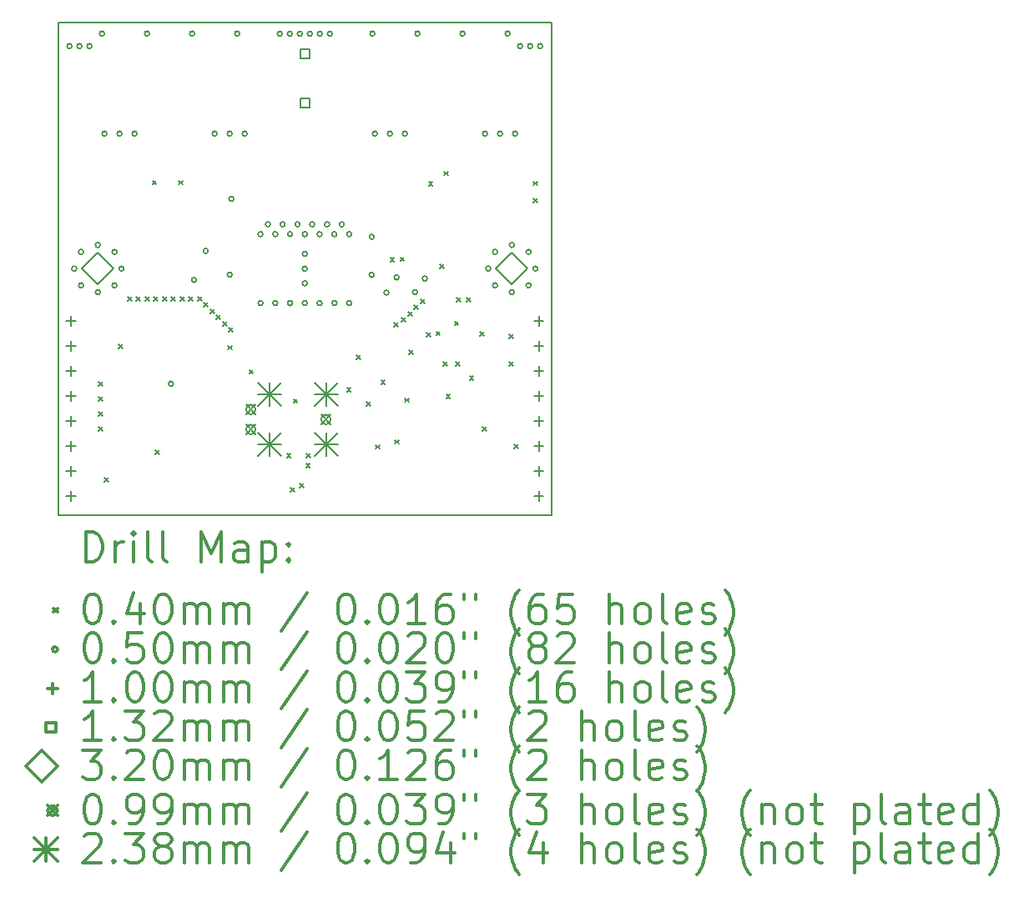
<source format=gbr>
%FSLAX45Y45*%
G04 Gerber Fmt 4.5, Leading zero omitted, Abs format (unit mm)*
G04 Created by KiCad (PCBNEW (6.0.0-rc1-dev-1425-g4c184f07a)) date 24.12.2018 15:02:30*
%MOMM*%
%LPD*%
G04 APERTURE LIST*
%ADD10C,0.200000*%
%ADD11C,0.300000*%
G04 APERTURE END LIST*
D10*
X12500000Y-12500000D02*
X12500000Y-7500000D01*
X17500000Y-12500000D02*
X12500000Y-12500000D01*
X17500000Y-7500000D02*
X17500000Y-12500000D01*
X12500000Y-7500000D02*
X17500000Y-7500000D01*
D10*
X12909900Y-11148400D02*
X12949900Y-11188400D01*
X12949900Y-11148400D02*
X12909900Y-11188400D01*
X12909900Y-11300800D02*
X12949900Y-11340800D01*
X12949900Y-11300800D02*
X12909900Y-11340800D01*
X12909900Y-11453200D02*
X12949900Y-11493200D01*
X12949900Y-11453200D02*
X12909900Y-11493200D01*
X12909900Y-11605600D02*
X12949900Y-11645600D01*
X12949900Y-11605600D02*
X12909900Y-11645600D01*
X12968320Y-12123760D02*
X13008320Y-12163760D01*
X13008320Y-12123760D02*
X12968320Y-12163760D01*
X13111800Y-10769920D02*
X13151800Y-10809920D01*
X13151800Y-10769920D02*
X13111800Y-10809920D01*
X13202000Y-10284800D02*
X13242000Y-10324800D01*
X13242000Y-10284800D02*
X13202000Y-10324800D01*
X13290900Y-10284800D02*
X13330900Y-10324800D01*
X13330900Y-10284800D02*
X13290900Y-10324800D01*
X13379800Y-10284800D02*
X13419800Y-10324800D01*
X13419800Y-10284800D02*
X13379800Y-10324800D01*
X13454700Y-9106220D02*
X13494700Y-9146220D01*
X13494700Y-9106220D02*
X13454700Y-9146220D01*
X13468700Y-10284800D02*
X13508700Y-10324800D01*
X13508700Y-10284800D02*
X13468700Y-10324800D01*
X13482640Y-11846880D02*
X13522640Y-11886880D01*
X13522640Y-11846880D02*
X13482640Y-11886880D01*
X13557600Y-10284800D02*
X13597600Y-10324800D01*
X13597600Y-10284800D02*
X13557600Y-10324800D01*
X13646500Y-10284800D02*
X13686500Y-10324800D01*
X13686500Y-10284800D02*
X13646500Y-10324800D01*
X13718860Y-9106220D02*
X13758860Y-9146220D01*
X13758860Y-9106220D02*
X13718860Y-9146220D01*
X13735400Y-10284800D02*
X13775400Y-10324800D01*
X13775400Y-10284800D02*
X13735400Y-10324800D01*
X13824300Y-10284800D02*
X13864300Y-10324800D01*
X13864300Y-10284800D02*
X13824300Y-10324800D01*
X13913200Y-10284800D02*
X13953200Y-10324800D01*
X13953200Y-10284800D02*
X13913200Y-10324800D01*
X13976700Y-10348300D02*
X14016700Y-10388300D01*
X14016700Y-10348300D02*
X13976700Y-10388300D01*
X14040200Y-10411800D02*
X14080200Y-10451800D01*
X14080200Y-10411800D02*
X14040200Y-10451800D01*
X14103700Y-10475300D02*
X14143700Y-10515300D01*
X14143700Y-10475300D02*
X14103700Y-10515300D01*
X14167200Y-10538800D02*
X14207200Y-10578800D01*
X14207200Y-10538800D02*
X14167200Y-10578800D01*
X14221780Y-10782620D02*
X14261780Y-10822620D01*
X14261780Y-10782620D02*
X14221780Y-10822620D01*
X14230700Y-10602300D02*
X14270700Y-10642300D01*
X14270700Y-10602300D02*
X14230700Y-10642300D01*
X14436482Y-11028224D02*
X14476482Y-11068224D01*
X14476482Y-11028224D02*
X14436482Y-11068224D01*
X14817300Y-11877360D02*
X14857300Y-11917360D01*
X14857300Y-11877360D02*
X14817300Y-11917360D01*
X14853000Y-12227900D02*
X14893000Y-12267900D01*
X14893000Y-12227900D02*
X14853000Y-12267900D01*
X14884720Y-11323640D02*
X14924720Y-11363640D01*
X14924720Y-11323640D02*
X14884720Y-11363640D01*
X14946980Y-12184720D02*
X14986980Y-12224720D01*
X14986980Y-12184720D02*
X14946980Y-12224720D01*
X15012884Y-11983263D02*
X15052884Y-12023263D01*
X15052884Y-11983263D02*
X15012884Y-12023263D01*
X15013100Y-11876895D02*
X15053100Y-11916895D01*
X15053100Y-11876895D02*
X15013100Y-11916895D01*
X15427392Y-11207173D02*
X15467392Y-11247173D01*
X15467392Y-11207173D02*
X15427392Y-11247173D01*
X15523560Y-10881700D02*
X15563560Y-10921700D01*
X15563560Y-10881700D02*
X15523560Y-10921700D01*
X15625160Y-11354140D02*
X15665160Y-11394140D01*
X15665160Y-11354140D02*
X15625160Y-11394140D01*
X15716600Y-11789750D02*
X15756600Y-11829750D01*
X15756600Y-11789750D02*
X15716600Y-11829750D01*
X15773766Y-11135585D02*
X15813766Y-11175585D01*
X15813766Y-11135585D02*
X15773766Y-11175585D01*
X15867962Y-9887194D02*
X15907962Y-9927194D01*
X15907962Y-9887194D02*
X15867962Y-9927194D01*
X15907100Y-10551500D02*
X15947100Y-10591500D01*
X15947100Y-10551500D02*
X15907100Y-10591500D01*
X15913450Y-11738950D02*
X15953450Y-11778950D01*
X15953450Y-11738950D02*
X15913450Y-11778950D01*
X15969300Y-9886000D02*
X16009300Y-9926000D01*
X16009300Y-9886000D02*
X15969300Y-9926000D01*
X15983300Y-10500700D02*
X16023300Y-10540700D01*
X16023300Y-10500700D02*
X15983300Y-10540700D01*
X16012391Y-11315197D02*
X16052391Y-11355197D01*
X16052391Y-11315197D02*
X16012391Y-11355197D01*
X16046800Y-10437200D02*
X16086800Y-10477200D01*
X16086800Y-10437200D02*
X16046800Y-10477200D01*
X16056427Y-10827708D02*
X16096427Y-10867708D01*
X16096427Y-10827708D02*
X16056427Y-10867708D01*
X16110300Y-10373700D02*
X16150300Y-10413700D01*
X16150300Y-10373700D02*
X16110300Y-10413700D01*
X16173800Y-10310200D02*
X16213800Y-10350200D01*
X16213800Y-10310200D02*
X16173800Y-10350200D01*
X16233491Y-10650644D02*
X16273491Y-10690644D01*
X16273491Y-10650644D02*
X16233491Y-10690644D01*
X16257016Y-9119599D02*
X16297016Y-9159599D01*
X16297016Y-9119599D02*
X16257016Y-9159599D01*
X16332670Y-10637840D02*
X16372670Y-10677840D01*
X16372670Y-10637840D02*
X16332670Y-10677840D01*
X16372000Y-9955000D02*
X16412000Y-9995000D01*
X16412000Y-9955000D02*
X16372000Y-9995000D01*
X16402400Y-10948899D02*
X16442400Y-10988899D01*
X16442400Y-10948899D02*
X16402400Y-10988899D01*
X16413800Y-9012240D02*
X16453800Y-9052240D01*
X16453800Y-9012240D02*
X16413800Y-9052240D01*
X16434149Y-11275401D02*
X16474149Y-11315401D01*
X16474149Y-11275401D02*
X16434149Y-11315401D01*
X16517940Y-10536240D02*
X16557940Y-10576240D01*
X16557940Y-10536240D02*
X16517940Y-10576240D01*
X16529400Y-10948899D02*
X16569400Y-10988899D01*
X16569400Y-10948899D02*
X16529400Y-10988899D01*
X16542100Y-10297500D02*
X16582100Y-10337500D01*
X16582100Y-10297500D02*
X16542100Y-10337500D01*
X16643700Y-10297500D02*
X16683700Y-10337500D01*
X16683700Y-10297500D02*
X16643700Y-10337500D01*
X16671640Y-11089980D02*
X16711640Y-11129980D01*
X16711640Y-11089980D02*
X16671640Y-11129980D01*
X16777020Y-10640380D02*
X16817020Y-10680380D01*
X16817020Y-10640380D02*
X16777020Y-10680380D01*
X16802450Y-11605600D02*
X16842450Y-11645600D01*
X16842450Y-11605600D02*
X16802450Y-11645600D01*
X17074199Y-10668320D02*
X17114199Y-10708320D01*
X17114199Y-10668320D02*
X17074199Y-10708320D01*
X17074200Y-10948325D02*
X17114200Y-10988325D01*
X17114200Y-10948325D02*
X17074200Y-10988325D01*
X17126300Y-11783400D02*
X17166300Y-11823400D01*
X17166300Y-11783400D02*
X17126300Y-11823400D01*
X17316800Y-9289120D02*
X17356800Y-9329120D01*
X17356800Y-9289120D02*
X17316800Y-9329120D01*
X17318040Y-9113840D02*
X17358040Y-9153840D01*
X17358040Y-9113840D02*
X17318040Y-9153840D01*
X12637400Y-7739400D02*
G75*
G03X12637400Y-7739400I-25000J0D01*
G01*
X12739000Y-7739400D02*
G75*
G03X12739000Y-7739400I-25000J0D01*
G01*
X12840600Y-7739400D02*
G75*
G03X12840600Y-7739400I-25000J0D01*
G01*
X12967600Y-7612400D02*
G75*
G03X12967600Y-7612400I-25000J0D01*
G01*
X12993000Y-8628400D02*
G75*
G03X12993000Y-8628400I-25000J0D01*
G01*
X13145400Y-8628400D02*
G75*
G03X13145400Y-8628400I-25000J0D01*
G01*
X13297800Y-8628400D02*
G75*
G03X13297800Y-8628400I-25000J0D01*
G01*
X13424800Y-7612400D02*
G75*
G03X13424800Y-7612400I-25000J0D01*
G01*
X13666100Y-11168400D02*
G75*
G03X13666100Y-11168400I-25000J0D01*
G01*
X13882000Y-7612400D02*
G75*
G03X13882000Y-7612400I-25000J0D01*
G01*
X13901020Y-10114280D02*
G75*
G03X13901020Y-10114280I-25000J0D01*
G01*
X14020177Y-9820677D02*
G75*
G03X14020177Y-9820677I-25000J0D01*
G01*
X14110600Y-8628400D02*
G75*
G03X14110600Y-8628400I-25000J0D01*
G01*
X14263000Y-8628400D02*
G75*
G03X14263000Y-8628400I-25000J0D01*
G01*
X14263000Y-10060960D02*
G75*
G03X14263000Y-10060960I-25000J0D01*
G01*
X14280780Y-9291340D02*
G75*
G03X14280780Y-9291340I-25000J0D01*
G01*
X14339200Y-7612400D02*
G75*
G03X14339200Y-7612400I-25000J0D01*
G01*
X14415400Y-8628400D02*
G75*
G03X14415400Y-8628400I-25000J0D01*
G01*
X14575000Y-9650000D02*
G75*
G03X14575000Y-9650000I-25000J0D01*
G01*
X14575000Y-10350000D02*
G75*
G03X14575000Y-10350000I-25000J0D01*
G01*
X14650000Y-9550000D02*
G75*
G03X14650000Y-9550000I-25000J0D01*
G01*
X14725000Y-9650000D02*
G75*
G03X14725000Y-9650000I-25000J0D01*
G01*
X14725000Y-10350000D02*
G75*
G03X14725000Y-10350000I-25000J0D01*
G01*
X14771000Y-7614800D02*
G75*
G03X14771000Y-7614800I-25000J0D01*
G01*
X14800000Y-9550000D02*
G75*
G03X14800000Y-9550000I-25000J0D01*
G01*
X14872600Y-7614800D02*
G75*
G03X14872600Y-7614800I-25000J0D01*
G01*
X14875000Y-9650000D02*
G75*
G03X14875000Y-9650000I-25000J0D01*
G01*
X14875000Y-10350000D02*
G75*
G03X14875000Y-10350000I-25000J0D01*
G01*
X14950000Y-9550000D02*
G75*
G03X14950000Y-9550000I-25000J0D01*
G01*
X14974200Y-7614800D02*
G75*
G03X14974200Y-7614800I-25000J0D01*
G01*
X15025000Y-9650000D02*
G75*
G03X15025000Y-9650000I-25000J0D01*
G01*
X15025000Y-9850000D02*
G75*
G03X15025000Y-9850000I-25000J0D01*
G01*
X15025000Y-10000000D02*
G75*
G03X15025000Y-10000000I-25000J0D01*
G01*
X15025000Y-10150000D02*
G75*
G03X15025000Y-10150000I-25000J0D01*
G01*
X15025000Y-10350000D02*
G75*
G03X15025000Y-10350000I-25000J0D01*
G01*
X15075800Y-7614800D02*
G75*
G03X15075800Y-7614800I-25000J0D01*
G01*
X15100000Y-9550000D02*
G75*
G03X15100000Y-9550000I-25000J0D01*
G01*
X15175000Y-9650000D02*
G75*
G03X15175000Y-9650000I-25000J0D01*
G01*
X15175000Y-10350000D02*
G75*
G03X15175000Y-10350000I-25000J0D01*
G01*
X15177400Y-7614800D02*
G75*
G03X15177400Y-7614800I-25000J0D01*
G01*
X15250000Y-9550000D02*
G75*
G03X15250000Y-9550000I-25000J0D01*
G01*
X15279000Y-7614800D02*
G75*
G03X15279000Y-7614800I-25000J0D01*
G01*
X15325000Y-9650000D02*
G75*
G03X15325000Y-9650000I-25000J0D01*
G01*
X15325000Y-10350000D02*
G75*
G03X15325000Y-10350000I-25000J0D01*
G01*
X15400000Y-9550000D02*
G75*
G03X15400000Y-9550000I-25000J0D01*
G01*
X15475000Y-9650000D02*
G75*
G03X15475000Y-9650000I-25000J0D01*
G01*
X15475000Y-10350000D02*
G75*
G03X15475000Y-10350000I-25000J0D01*
G01*
X15703180Y-9677420D02*
G75*
G03X15703180Y-9677420I-25000J0D01*
G01*
X15703180Y-10063500D02*
G75*
G03X15703180Y-10063500I-25000J0D01*
G01*
X15710800Y-7612400D02*
G75*
G03X15710800Y-7612400I-25000J0D01*
G01*
X15736200Y-8628400D02*
G75*
G03X15736200Y-8628400I-25000J0D01*
G01*
X15853040Y-10243840D02*
G75*
G03X15853040Y-10243840I-25000J0D01*
G01*
X15888600Y-8628400D02*
G75*
G03X15888600Y-8628400I-25000J0D01*
G01*
X15955880Y-10088880D02*
G75*
G03X15955880Y-10088880I-25000J0D01*
G01*
X16041000Y-8628400D02*
G75*
G03X16041000Y-8628400I-25000J0D01*
G01*
X16142559Y-10238801D02*
G75*
G03X16142559Y-10238801I-25000J0D01*
G01*
X16168000Y-7612400D02*
G75*
G03X16168000Y-7612400I-25000J0D01*
G01*
X16241642Y-10101307D02*
G75*
G03X16241642Y-10101307I-25000J0D01*
G01*
X16625200Y-7612400D02*
G75*
G03X16625200Y-7612400I-25000J0D01*
G01*
X16853800Y-8628400D02*
G75*
G03X16853800Y-8628400I-25000J0D01*
G01*
X17006200Y-8628400D02*
G75*
G03X17006200Y-8628400I-25000J0D01*
G01*
X17082400Y-7612400D02*
G75*
G03X17082400Y-7612400I-25000J0D01*
G01*
X17158600Y-8628400D02*
G75*
G03X17158600Y-8628400I-25000J0D01*
G01*
X17209400Y-7739400D02*
G75*
G03X17209400Y-7739400I-25000J0D01*
G01*
X17311000Y-7739400D02*
G75*
G03X17311000Y-7739400I-25000J0D01*
G01*
X17412600Y-7739400D02*
G75*
G03X17412600Y-7739400I-25000J0D01*
G01*
X16885000Y-10000000D02*
G75*
G03X16885000Y-10000000I-25000J0D01*
G01*
X16955294Y-9830294D02*
G75*
G03X16955294Y-9830294I-25000J0D01*
G01*
X16955294Y-10169706D02*
G75*
G03X16955294Y-10169706I-25000J0D01*
G01*
X17125000Y-9760000D02*
G75*
G03X17125000Y-9760000I-25000J0D01*
G01*
X17125000Y-10240000D02*
G75*
G03X17125000Y-10240000I-25000J0D01*
G01*
X17294706Y-9830294D02*
G75*
G03X17294706Y-9830294I-25000J0D01*
G01*
X17294706Y-10169706D02*
G75*
G03X17294706Y-10169706I-25000J0D01*
G01*
X17365000Y-10000000D02*
G75*
G03X17365000Y-10000000I-25000J0D01*
G01*
X12685000Y-10000000D02*
G75*
G03X12685000Y-10000000I-25000J0D01*
G01*
X12755294Y-9830294D02*
G75*
G03X12755294Y-9830294I-25000J0D01*
G01*
X12755294Y-10169706D02*
G75*
G03X12755294Y-10169706I-25000J0D01*
G01*
X12925000Y-9760000D02*
G75*
G03X12925000Y-9760000I-25000J0D01*
G01*
X12925000Y-10240000D02*
G75*
G03X12925000Y-10240000I-25000J0D01*
G01*
X13094706Y-9830294D02*
G75*
G03X13094706Y-9830294I-25000J0D01*
G01*
X13094706Y-10169706D02*
G75*
G03X13094706Y-10169706I-25000J0D01*
G01*
X13165000Y-10000000D02*
G75*
G03X13165000Y-10000000I-25000J0D01*
G01*
X17373000Y-10483400D02*
X17373000Y-10583400D01*
X17323000Y-10533400D02*
X17423000Y-10533400D01*
X17373000Y-10737400D02*
X17373000Y-10837400D01*
X17323000Y-10787400D02*
X17423000Y-10787400D01*
X17373000Y-10991400D02*
X17373000Y-11091400D01*
X17323000Y-11041400D02*
X17423000Y-11041400D01*
X17373000Y-11245400D02*
X17373000Y-11345400D01*
X17323000Y-11295400D02*
X17423000Y-11295400D01*
X17373000Y-11499400D02*
X17373000Y-11599400D01*
X17323000Y-11549400D02*
X17423000Y-11549400D01*
X17373000Y-11753400D02*
X17373000Y-11853400D01*
X17323000Y-11803400D02*
X17423000Y-11803400D01*
X17373000Y-12007400D02*
X17373000Y-12107400D01*
X17323000Y-12057400D02*
X17423000Y-12057400D01*
X17373000Y-12261400D02*
X17373000Y-12361400D01*
X17323000Y-12311400D02*
X17423000Y-12311400D01*
X12627000Y-10483400D02*
X12627000Y-10583400D01*
X12577000Y-10533400D02*
X12677000Y-10533400D01*
X12627000Y-10737400D02*
X12627000Y-10837400D01*
X12577000Y-10787400D02*
X12677000Y-10787400D01*
X12627000Y-10991400D02*
X12627000Y-11091400D01*
X12577000Y-11041400D02*
X12677000Y-11041400D01*
X12627000Y-11245400D02*
X12627000Y-11345400D01*
X12577000Y-11295400D02*
X12677000Y-11295400D01*
X12627000Y-11499400D02*
X12627000Y-11599400D01*
X12577000Y-11549400D02*
X12677000Y-11549400D01*
X12627000Y-11753400D02*
X12627000Y-11853400D01*
X12577000Y-11803400D02*
X12677000Y-11803400D01*
X12627000Y-12007400D02*
X12627000Y-12107400D01*
X12577000Y-12057400D02*
X12677000Y-12057400D01*
X12627000Y-12261400D02*
X12627000Y-12361400D01*
X12577000Y-12311400D02*
X12677000Y-12311400D01*
X15046669Y-7862269D02*
X15046669Y-7768930D01*
X14953330Y-7768930D01*
X14953330Y-7862269D01*
X15046669Y-7862269D01*
X15046669Y-8362269D02*
X15046669Y-8268930D01*
X14953330Y-8268930D01*
X14953330Y-8362269D01*
X15046669Y-8362269D01*
X17100000Y-10160000D02*
X17260000Y-10000000D01*
X17100000Y-9840000D01*
X16940000Y-10000000D01*
X17100000Y-10160000D01*
X12900000Y-10160000D02*
X13060000Y-10000000D01*
X12900000Y-9840000D01*
X12740000Y-10000000D01*
X12900000Y-10160000D01*
X14403070Y-11380570D02*
X14502130Y-11479630D01*
X14502130Y-11380570D02*
X14403070Y-11479630D01*
X14502130Y-11430100D02*
G75*
G03X14502130Y-11430100I-49530J0D01*
G01*
X14403070Y-11583570D02*
X14502130Y-11682630D01*
X14502130Y-11583570D02*
X14403070Y-11682630D01*
X14502130Y-11633100D02*
G75*
G03X14502130Y-11633100I-49530J0D01*
G01*
X15165070Y-11482070D02*
X15264130Y-11581130D01*
X15264130Y-11482070D02*
X15165070Y-11581130D01*
X15264130Y-11531600D02*
G75*
G03X15264130Y-11531600I-49530J0D01*
G01*
X14524350Y-11158850D02*
X14761850Y-11396350D01*
X14761850Y-11158850D02*
X14524350Y-11396350D01*
X14643100Y-11158850D02*
X14643100Y-11396350D01*
X14524350Y-11277600D02*
X14761850Y-11277600D01*
X14524350Y-11666850D02*
X14761850Y-11904350D01*
X14761850Y-11666850D02*
X14524350Y-11904350D01*
X14643100Y-11666850D02*
X14643100Y-11904350D01*
X14524350Y-11785600D02*
X14761850Y-11785600D01*
X15095850Y-11158850D02*
X15333350Y-11396350D01*
X15333350Y-11158850D02*
X15095850Y-11396350D01*
X15214600Y-11158850D02*
X15214600Y-11396350D01*
X15095850Y-11277600D02*
X15333350Y-11277600D01*
X15095850Y-11666850D02*
X15333350Y-11904350D01*
X15333350Y-11666850D02*
X15095850Y-11904350D01*
X15214600Y-11666850D02*
X15214600Y-11904350D01*
X15095850Y-11785600D02*
X15333350Y-11785600D01*
D11*
X12776428Y-12975714D02*
X12776428Y-12675714D01*
X12847857Y-12675714D01*
X12890714Y-12690000D01*
X12919286Y-12718571D01*
X12933571Y-12747143D01*
X12947857Y-12804286D01*
X12947857Y-12847143D01*
X12933571Y-12904286D01*
X12919286Y-12932857D01*
X12890714Y-12961429D01*
X12847857Y-12975714D01*
X12776428Y-12975714D01*
X13076428Y-12975714D02*
X13076428Y-12775714D01*
X13076428Y-12832857D02*
X13090714Y-12804286D01*
X13105000Y-12790000D01*
X13133571Y-12775714D01*
X13162143Y-12775714D01*
X13262143Y-12975714D02*
X13262143Y-12775714D01*
X13262143Y-12675714D02*
X13247857Y-12690000D01*
X13262143Y-12704286D01*
X13276428Y-12690000D01*
X13262143Y-12675714D01*
X13262143Y-12704286D01*
X13447857Y-12975714D02*
X13419286Y-12961429D01*
X13405000Y-12932857D01*
X13405000Y-12675714D01*
X13605000Y-12975714D02*
X13576428Y-12961429D01*
X13562143Y-12932857D01*
X13562143Y-12675714D01*
X13947857Y-12975714D02*
X13947857Y-12675714D01*
X14047857Y-12890000D01*
X14147857Y-12675714D01*
X14147857Y-12975714D01*
X14419286Y-12975714D02*
X14419286Y-12818571D01*
X14405000Y-12790000D01*
X14376428Y-12775714D01*
X14319286Y-12775714D01*
X14290714Y-12790000D01*
X14419286Y-12961429D02*
X14390714Y-12975714D01*
X14319286Y-12975714D01*
X14290714Y-12961429D01*
X14276428Y-12932857D01*
X14276428Y-12904286D01*
X14290714Y-12875714D01*
X14319286Y-12861429D01*
X14390714Y-12861429D01*
X14419286Y-12847143D01*
X14562143Y-12775714D02*
X14562143Y-13075714D01*
X14562143Y-12790000D02*
X14590714Y-12775714D01*
X14647857Y-12775714D01*
X14676428Y-12790000D01*
X14690714Y-12804286D01*
X14705000Y-12832857D01*
X14705000Y-12918571D01*
X14690714Y-12947143D01*
X14676428Y-12961429D01*
X14647857Y-12975714D01*
X14590714Y-12975714D01*
X14562143Y-12961429D01*
X14833571Y-12947143D02*
X14847857Y-12961429D01*
X14833571Y-12975714D01*
X14819286Y-12961429D01*
X14833571Y-12947143D01*
X14833571Y-12975714D01*
X14833571Y-12790000D02*
X14847857Y-12804286D01*
X14833571Y-12818571D01*
X14819286Y-12804286D01*
X14833571Y-12790000D01*
X14833571Y-12818571D01*
X12450000Y-13450000D02*
X12490000Y-13490000D01*
X12490000Y-13450000D02*
X12450000Y-13490000D01*
X12833571Y-13305714D02*
X12862143Y-13305714D01*
X12890714Y-13320000D01*
X12905000Y-13334286D01*
X12919286Y-13362857D01*
X12933571Y-13420000D01*
X12933571Y-13491429D01*
X12919286Y-13548571D01*
X12905000Y-13577143D01*
X12890714Y-13591429D01*
X12862143Y-13605714D01*
X12833571Y-13605714D01*
X12805000Y-13591429D01*
X12790714Y-13577143D01*
X12776428Y-13548571D01*
X12762143Y-13491429D01*
X12762143Y-13420000D01*
X12776428Y-13362857D01*
X12790714Y-13334286D01*
X12805000Y-13320000D01*
X12833571Y-13305714D01*
X13062143Y-13577143D02*
X13076428Y-13591429D01*
X13062143Y-13605714D01*
X13047857Y-13591429D01*
X13062143Y-13577143D01*
X13062143Y-13605714D01*
X13333571Y-13405714D02*
X13333571Y-13605714D01*
X13262143Y-13291429D02*
X13190714Y-13505714D01*
X13376428Y-13505714D01*
X13547857Y-13305714D02*
X13576428Y-13305714D01*
X13605000Y-13320000D01*
X13619286Y-13334286D01*
X13633571Y-13362857D01*
X13647857Y-13420000D01*
X13647857Y-13491429D01*
X13633571Y-13548571D01*
X13619286Y-13577143D01*
X13605000Y-13591429D01*
X13576428Y-13605714D01*
X13547857Y-13605714D01*
X13519286Y-13591429D01*
X13505000Y-13577143D01*
X13490714Y-13548571D01*
X13476428Y-13491429D01*
X13476428Y-13420000D01*
X13490714Y-13362857D01*
X13505000Y-13334286D01*
X13519286Y-13320000D01*
X13547857Y-13305714D01*
X13776428Y-13605714D02*
X13776428Y-13405714D01*
X13776428Y-13434286D02*
X13790714Y-13420000D01*
X13819286Y-13405714D01*
X13862143Y-13405714D01*
X13890714Y-13420000D01*
X13905000Y-13448571D01*
X13905000Y-13605714D01*
X13905000Y-13448571D02*
X13919286Y-13420000D01*
X13947857Y-13405714D01*
X13990714Y-13405714D01*
X14019286Y-13420000D01*
X14033571Y-13448571D01*
X14033571Y-13605714D01*
X14176428Y-13605714D02*
X14176428Y-13405714D01*
X14176428Y-13434286D02*
X14190714Y-13420000D01*
X14219286Y-13405714D01*
X14262143Y-13405714D01*
X14290714Y-13420000D01*
X14305000Y-13448571D01*
X14305000Y-13605714D01*
X14305000Y-13448571D02*
X14319286Y-13420000D01*
X14347857Y-13405714D01*
X14390714Y-13405714D01*
X14419286Y-13420000D01*
X14433571Y-13448571D01*
X14433571Y-13605714D01*
X15019286Y-13291429D02*
X14762143Y-13677143D01*
X15405000Y-13305714D02*
X15433571Y-13305714D01*
X15462143Y-13320000D01*
X15476428Y-13334286D01*
X15490714Y-13362857D01*
X15505000Y-13420000D01*
X15505000Y-13491429D01*
X15490714Y-13548571D01*
X15476428Y-13577143D01*
X15462143Y-13591429D01*
X15433571Y-13605714D01*
X15405000Y-13605714D01*
X15376428Y-13591429D01*
X15362143Y-13577143D01*
X15347857Y-13548571D01*
X15333571Y-13491429D01*
X15333571Y-13420000D01*
X15347857Y-13362857D01*
X15362143Y-13334286D01*
X15376428Y-13320000D01*
X15405000Y-13305714D01*
X15633571Y-13577143D02*
X15647857Y-13591429D01*
X15633571Y-13605714D01*
X15619286Y-13591429D01*
X15633571Y-13577143D01*
X15633571Y-13605714D01*
X15833571Y-13305714D02*
X15862143Y-13305714D01*
X15890714Y-13320000D01*
X15905000Y-13334286D01*
X15919286Y-13362857D01*
X15933571Y-13420000D01*
X15933571Y-13491429D01*
X15919286Y-13548571D01*
X15905000Y-13577143D01*
X15890714Y-13591429D01*
X15862143Y-13605714D01*
X15833571Y-13605714D01*
X15805000Y-13591429D01*
X15790714Y-13577143D01*
X15776428Y-13548571D01*
X15762143Y-13491429D01*
X15762143Y-13420000D01*
X15776428Y-13362857D01*
X15790714Y-13334286D01*
X15805000Y-13320000D01*
X15833571Y-13305714D01*
X16219286Y-13605714D02*
X16047857Y-13605714D01*
X16133571Y-13605714D02*
X16133571Y-13305714D01*
X16105000Y-13348571D01*
X16076428Y-13377143D01*
X16047857Y-13391429D01*
X16476428Y-13305714D02*
X16419286Y-13305714D01*
X16390714Y-13320000D01*
X16376428Y-13334286D01*
X16347857Y-13377143D01*
X16333571Y-13434286D01*
X16333571Y-13548571D01*
X16347857Y-13577143D01*
X16362143Y-13591429D01*
X16390714Y-13605714D01*
X16447857Y-13605714D01*
X16476428Y-13591429D01*
X16490714Y-13577143D01*
X16505000Y-13548571D01*
X16505000Y-13477143D01*
X16490714Y-13448571D01*
X16476428Y-13434286D01*
X16447857Y-13420000D01*
X16390714Y-13420000D01*
X16362143Y-13434286D01*
X16347857Y-13448571D01*
X16333571Y-13477143D01*
X16619286Y-13305714D02*
X16619286Y-13362857D01*
X16733571Y-13305714D02*
X16733571Y-13362857D01*
X17176428Y-13720000D02*
X17162143Y-13705714D01*
X17133571Y-13662857D01*
X17119286Y-13634286D01*
X17105000Y-13591429D01*
X17090714Y-13520000D01*
X17090714Y-13462857D01*
X17105000Y-13391429D01*
X17119286Y-13348571D01*
X17133571Y-13320000D01*
X17162143Y-13277143D01*
X17176428Y-13262857D01*
X17419286Y-13305714D02*
X17362143Y-13305714D01*
X17333571Y-13320000D01*
X17319286Y-13334286D01*
X17290714Y-13377143D01*
X17276428Y-13434286D01*
X17276428Y-13548571D01*
X17290714Y-13577143D01*
X17305000Y-13591429D01*
X17333571Y-13605714D01*
X17390714Y-13605714D01*
X17419286Y-13591429D01*
X17433571Y-13577143D01*
X17447857Y-13548571D01*
X17447857Y-13477143D01*
X17433571Y-13448571D01*
X17419286Y-13434286D01*
X17390714Y-13420000D01*
X17333571Y-13420000D01*
X17305000Y-13434286D01*
X17290714Y-13448571D01*
X17276428Y-13477143D01*
X17719286Y-13305714D02*
X17576428Y-13305714D01*
X17562143Y-13448571D01*
X17576428Y-13434286D01*
X17605000Y-13420000D01*
X17676428Y-13420000D01*
X17705000Y-13434286D01*
X17719286Y-13448571D01*
X17733571Y-13477143D01*
X17733571Y-13548571D01*
X17719286Y-13577143D01*
X17705000Y-13591429D01*
X17676428Y-13605714D01*
X17605000Y-13605714D01*
X17576428Y-13591429D01*
X17562143Y-13577143D01*
X18090714Y-13605714D02*
X18090714Y-13305714D01*
X18219286Y-13605714D02*
X18219286Y-13448571D01*
X18205000Y-13420000D01*
X18176428Y-13405714D01*
X18133571Y-13405714D01*
X18105000Y-13420000D01*
X18090714Y-13434286D01*
X18405000Y-13605714D02*
X18376428Y-13591429D01*
X18362143Y-13577143D01*
X18347857Y-13548571D01*
X18347857Y-13462857D01*
X18362143Y-13434286D01*
X18376428Y-13420000D01*
X18405000Y-13405714D01*
X18447857Y-13405714D01*
X18476428Y-13420000D01*
X18490714Y-13434286D01*
X18505000Y-13462857D01*
X18505000Y-13548571D01*
X18490714Y-13577143D01*
X18476428Y-13591429D01*
X18447857Y-13605714D01*
X18405000Y-13605714D01*
X18676428Y-13605714D02*
X18647857Y-13591429D01*
X18633571Y-13562857D01*
X18633571Y-13305714D01*
X18905000Y-13591429D02*
X18876428Y-13605714D01*
X18819286Y-13605714D01*
X18790714Y-13591429D01*
X18776428Y-13562857D01*
X18776428Y-13448571D01*
X18790714Y-13420000D01*
X18819286Y-13405714D01*
X18876428Y-13405714D01*
X18905000Y-13420000D01*
X18919286Y-13448571D01*
X18919286Y-13477143D01*
X18776428Y-13505714D01*
X19033571Y-13591429D02*
X19062143Y-13605714D01*
X19119286Y-13605714D01*
X19147857Y-13591429D01*
X19162143Y-13562857D01*
X19162143Y-13548571D01*
X19147857Y-13520000D01*
X19119286Y-13505714D01*
X19076428Y-13505714D01*
X19047857Y-13491429D01*
X19033571Y-13462857D01*
X19033571Y-13448571D01*
X19047857Y-13420000D01*
X19076428Y-13405714D01*
X19119286Y-13405714D01*
X19147857Y-13420000D01*
X19262143Y-13720000D02*
X19276428Y-13705714D01*
X19305000Y-13662857D01*
X19319286Y-13634286D01*
X19333571Y-13591429D01*
X19347857Y-13520000D01*
X19347857Y-13462857D01*
X19333571Y-13391429D01*
X19319286Y-13348571D01*
X19305000Y-13320000D01*
X19276428Y-13277143D01*
X19262143Y-13262857D01*
X12490000Y-13866000D02*
G75*
G03X12490000Y-13866000I-25000J0D01*
G01*
X12833571Y-13701714D02*
X12862143Y-13701714D01*
X12890714Y-13716000D01*
X12905000Y-13730286D01*
X12919286Y-13758857D01*
X12933571Y-13816000D01*
X12933571Y-13887429D01*
X12919286Y-13944571D01*
X12905000Y-13973143D01*
X12890714Y-13987429D01*
X12862143Y-14001714D01*
X12833571Y-14001714D01*
X12805000Y-13987429D01*
X12790714Y-13973143D01*
X12776428Y-13944571D01*
X12762143Y-13887429D01*
X12762143Y-13816000D01*
X12776428Y-13758857D01*
X12790714Y-13730286D01*
X12805000Y-13716000D01*
X12833571Y-13701714D01*
X13062143Y-13973143D02*
X13076428Y-13987429D01*
X13062143Y-14001714D01*
X13047857Y-13987429D01*
X13062143Y-13973143D01*
X13062143Y-14001714D01*
X13347857Y-13701714D02*
X13205000Y-13701714D01*
X13190714Y-13844571D01*
X13205000Y-13830286D01*
X13233571Y-13816000D01*
X13305000Y-13816000D01*
X13333571Y-13830286D01*
X13347857Y-13844571D01*
X13362143Y-13873143D01*
X13362143Y-13944571D01*
X13347857Y-13973143D01*
X13333571Y-13987429D01*
X13305000Y-14001714D01*
X13233571Y-14001714D01*
X13205000Y-13987429D01*
X13190714Y-13973143D01*
X13547857Y-13701714D02*
X13576428Y-13701714D01*
X13605000Y-13716000D01*
X13619286Y-13730286D01*
X13633571Y-13758857D01*
X13647857Y-13816000D01*
X13647857Y-13887429D01*
X13633571Y-13944571D01*
X13619286Y-13973143D01*
X13605000Y-13987429D01*
X13576428Y-14001714D01*
X13547857Y-14001714D01*
X13519286Y-13987429D01*
X13505000Y-13973143D01*
X13490714Y-13944571D01*
X13476428Y-13887429D01*
X13476428Y-13816000D01*
X13490714Y-13758857D01*
X13505000Y-13730286D01*
X13519286Y-13716000D01*
X13547857Y-13701714D01*
X13776428Y-14001714D02*
X13776428Y-13801714D01*
X13776428Y-13830286D02*
X13790714Y-13816000D01*
X13819286Y-13801714D01*
X13862143Y-13801714D01*
X13890714Y-13816000D01*
X13905000Y-13844571D01*
X13905000Y-14001714D01*
X13905000Y-13844571D02*
X13919286Y-13816000D01*
X13947857Y-13801714D01*
X13990714Y-13801714D01*
X14019286Y-13816000D01*
X14033571Y-13844571D01*
X14033571Y-14001714D01*
X14176428Y-14001714D02*
X14176428Y-13801714D01*
X14176428Y-13830286D02*
X14190714Y-13816000D01*
X14219286Y-13801714D01*
X14262143Y-13801714D01*
X14290714Y-13816000D01*
X14305000Y-13844571D01*
X14305000Y-14001714D01*
X14305000Y-13844571D02*
X14319286Y-13816000D01*
X14347857Y-13801714D01*
X14390714Y-13801714D01*
X14419286Y-13816000D01*
X14433571Y-13844571D01*
X14433571Y-14001714D01*
X15019286Y-13687429D02*
X14762143Y-14073143D01*
X15405000Y-13701714D02*
X15433571Y-13701714D01*
X15462143Y-13716000D01*
X15476428Y-13730286D01*
X15490714Y-13758857D01*
X15505000Y-13816000D01*
X15505000Y-13887429D01*
X15490714Y-13944571D01*
X15476428Y-13973143D01*
X15462143Y-13987429D01*
X15433571Y-14001714D01*
X15405000Y-14001714D01*
X15376428Y-13987429D01*
X15362143Y-13973143D01*
X15347857Y-13944571D01*
X15333571Y-13887429D01*
X15333571Y-13816000D01*
X15347857Y-13758857D01*
X15362143Y-13730286D01*
X15376428Y-13716000D01*
X15405000Y-13701714D01*
X15633571Y-13973143D02*
X15647857Y-13987429D01*
X15633571Y-14001714D01*
X15619286Y-13987429D01*
X15633571Y-13973143D01*
X15633571Y-14001714D01*
X15833571Y-13701714D02*
X15862143Y-13701714D01*
X15890714Y-13716000D01*
X15905000Y-13730286D01*
X15919286Y-13758857D01*
X15933571Y-13816000D01*
X15933571Y-13887429D01*
X15919286Y-13944571D01*
X15905000Y-13973143D01*
X15890714Y-13987429D01*
X15862143Y-14001714D01*
X15833571Y-14001714D01*
X15805000Y-13987429D01*
X15790714Y-13973143D01*
X15776428Y-13944571D01*
X15762143Y-13887429D01*
X15762143Y-13816000D01*
X15776428Y-13758857D01*
X15790714Y-13730286D01*
X15805000Y-13716000D01*
X15833571Y-13701714D01*
X16047857Y-13730286D02*
X16062143Y-13716000D01*
X16090714Y-13701714D01*
X16162143Y-13701714D01*
X16190714Y-13716000D01*
X16205000Y-13730286D01*
X16219286Y-13758857D01*
X16219286Y-13787429D01*
X16205000Y-13830286D01*
X16033571Y-14001714D01*
X16219286Y-14001714D01*
X16405000Y-13701714D02*
X16433571Y-13701714D01*
X16462143Y-13716000D01*
X16476428Y-13730286D01*
X16490714Y-13758857D01*
X16505000Y-13816000D01*
X16505000Y-13887429D01*
X16490714Y-13944571D01*
X16476428Y-13973143D01*
X16462143Y-13987429D01*
X16433571Y-14001714D01*
X16405000Y-14001714D01*
X16376428Y-13987429D01*
X16362143Y-13973143D01*
X16347857Y-13944571D01*
X16333571Y-13887429D01*
X16333571Y-13816000D01*
X16347857Y-13758857D01*
X16362143Y-13730286D01*
X16376428Y-13716000D01*
X16405000Y-13701714D01*
X16619286Y-13701714D02*
X16619286Y-13758857D01*
X16733571Y-13701714D02*
X16733571Y-13758857D01*
X17176428Y-14116000D02*
X17162143Y-14101714D01*
X17133571Y-14058857D01*
X17119286Y-14030286D01*
X17105000Y-13987429D01*
X17090714Y-13916000D01*
X17090714Y-13858857D01*
X17105000Y-13787429D01*
X17119286Y-13744571D01*
X17133571Y-13716000D01*
X17162143Y-13673143D01*
X17176428Y-13658857D01*
X17333571Y-13830286D02*
X17305000Y-13816000D01*
X17290714Y-13801714D01*
X17276428Y-13773143D01*
X17276428Y-13758857D01*
X17290714Y-13730286D01*
X17305000Y-13716000D01*
X17333571Y-13701714D01*
X17390714Y-13701714D01*
X17419286Y-13716000D01*
X17433571Y-13730286D01*
X17447857Y-13758857D01*
X17447857Y-13773143D01*
X17433571Y-13801714D01*
X17419286Y-13816000D01*
X17390714Y-13830286D01*
X17333571Y-13830286D01*
X17305000Y-13844571D01*
X17290714Y-13858857D01*
X17276428Y-13887429D01*
X17276428Y-13944571D01*
X17290714Y-13973143D01*
X17305000Y-13987429D01*
X17333571Y-14001714D01*
X17390714Y-14001714D01*
X17419286Y-13987429D01*
X17433571Y-13973143D01*
X17447857Y-13944571D01*
X17447857Y-13887429D01*
X17433571Y-13858857D01*
X17419286Y-13844571D01*
X17390714Y-13830286D01*
X17562143Y-13730286D02*
X17576428Y-13716000D01*
X17605000Y-13701714D01*
X17676428Y-13701714D01*
X17705000Y-13716000D01*
X17719286Y-13730286D01*
X17733571Y-13758857D01*
X17733571Y-13787429D01*
X17719286Y-13830286D01*
X17547857Y-14001714D01*
X17733571Y-14001714D01*
X18090714Y-14001714D02*
X18090714Y-13701714D01*
X18219286Y-14001714D02*
X18219286Y-13844571D01*
X18205000Y-13816000D01*
X18176428Y-13801714D01*
X18133571Y-13801714D01*
X18105000Y-13816000D01*
X18090714Y-13830286D01*
X18405000Y-14001714D02*
X18376428Y-13987429D01*
X18362143Y-13973143D01*
X18347857Y-13944571D01*
X18347857Y-13858857D01*
X18362143Y-13830286D01*
X18376428Y-13816000D01*
X18405000Y-13801714D01*
X18447857Y-13801714D01*
X18476428Y-13816000D01*
X18490714Y-13830286D01*
X18505000Y-13858857D01*
X18505000Y-13944571D01*
X18490714Y-13973143D01*
X18476428Y-13987429D01*
X18447857Y-14001714D01*
X18405000Y-14001714D01*
X18676428Y-14001714D02*
X18647857Y-13987429D01*
X18633571Y-13958857D01*
X18633571Y-13701714D01*
X18905000Y-13987429D02*
X18876428Y-14001714D01*
X18819286Y-14001714D01*
X18790714Y-13987429D01*
X18776428Y-13958857D01*
X18776428Y-13844571D01*
X18790714Y-13816000D01*
X18819286Y-13801714D01*
X18876428Y-13801714D01*
X18905000Y-13816000D01*
X18919286Y-13844571D01*
X18919286Y-13873143D01*
X18776428Y-13901714D01*
X19033571Y-13987429D02*
X19062143Y-14001714D01*
X19119286Y-14001714D01*
X19147857Y-13987429D01*
X19162143Y-13958857D01*
X19162143Y-13944571D01*
X19147857Y-13916000D01*
X19119286Y-13901714D01*
X19076428Y-13901714D01*
X19047857Y-13887429D01*
X19033571Y-13858857D01*
X19033571Y-13844571D01*
X19047857Y-13816000D01*
X19076428Y-13801714D01*
X19119286Y-13801714D01*
X19147857Y-13816000D01*
X19262143Y-14116000D02*
X19276428Y-14101714D01*
X19305000Y-14058857D01*
X19319286Y-14030286D01*
X19333571Y-13987429D01*
X19347857Y-13916000D01*
X19347857Y-13858857D01*
X19333571Y-13787429D01*
X19319286Y-13744571D01*
X19305000Y-13716000D01*
X19276428Y-13673143D01*
X19262143Y-13658857D01*
X12440000Y-14212000D02*
X12440000Y-14312000D01*
X12390000Y-14262000D02*
X12490000Y-14262000D01*
X12933571Y-14397714D02*
X12762143Y-14397714D01*
X12847857Y-14397714D02*
X12847857Y-14097714D01*
X12819286Y-14140571D01*
X12790714Y-14169143D01*
X12762143Y-14183429D01*
X13062143Y-14369143D02*
X13076428Y-14383429D01*
X13062143Y-14397714D01*
X13047857Y-14383429D01*
X13062143Y-14369143D01*
X13062143Y-14397714D01*
X13262143Y-14097714D02*
X13290714Y-14097714D01*
X13319286Y-14112000D01*
X13333571Y-14126286D01*
X13347857Y-14154857D01*
X13362143Y-14212000D01*
X13362143Y-14283429D01*
X13347857Y-14340571D01*
X13333571Y-14369143D01*
X13319286Y-14383429D01*
X13290714Y-14397714D01*
X13262143Y-14397714D01*
X13233571Y-14383429D01*
X13219286Y-14369143D01*
X13205000Y-14340571D01*
X13190714Y-14283429D01*
X13190714Y-14212000D01*
X13205000Y-14154857D01*
X13219286Y-14126286D01*
X13233571Y-14112000D01*
X13262143Y-14097714D01*
X13547857Y-14097714D02*
X13576428Y-14097714D01*
X13605000Y-14112000D01*
X13619286Y-14126286D01*
X13633571Y-14154857D01*
X13647857Y-14212000D01*
X13647857Y-14283429D01*
X13633571Y-14340571D01*
X13619286Y-14369143D01*
X13605000Y-14383429D01*
X13576428Y-14397714D01*
X13547857Y-14397714D01*
X13519286Y-14383429D01*
X13505000Y-14369143D01*
X13490714Y-14340571D01*
X13476428Y-14283429D01*
X13476428Y-14212000D01*
X13490714Y-14154857D01*
X13505000Y-14126286D01*
X13519286Y-14112000D01*
X13547857Y-14097714D01*
X13776428Y-14397714D02*
X13776428Y-14197714D01*
X13776428Y-14226286D02*
X13790714Y-14212000D01*
X13819286Y-14197714D01*
X13862143Y-14197714D01*
X13890714Y-14212000D01*
X13905000Y-14240571D01*
X13905000Y-14397714D01*
X13905000Y-14240571D02*
X13919286Y-14212000D01*
X13947857Y-14197714D01*
X13990714Y-14197714D01*
X14019286Y-14212000D01*
X14033571Y-14240571D01*
X14033571Y-14397714D01*
X14176428Y-14397714D02*
X14176428Y-14197714D01*
X14176428Y-14226286D02*
X14190714Y-14212000D01*
X14219286Y-14197714D01*
X14262143Y-14197714D01*
X14290714Y-14212000D01*
X14305000Y-14240571D01*
X14305000Y-14397714D01*
X14305000Y-14240571D02*
X14319286Y-14212000D01*
X14347857Y-14197714D01*
X14390714Y-14197714D01*
X14419286Y-14212000D01*
X14433571Y-14240571D01*
X14433571Y-14397714D01*
X15019286Y-14083429D02*
X14762143Y-14469143D01*
X15405000Y-14097714D02*
X15433571Y-14097714D01*
X15462143Y-14112000D01*
X15476428Y-14126286D01*
X15490714Y-14154857D01*
X15505000Y-14212000D01*
X15505000Y-14283429D01*
X15490714Y-14340571D01*
X15476428Y-14369143D01*
X15462143Y-14383429D01*
X15433571Y-14397714D01*
X15405000Y-14397714D01*
X15376428Y-14383429D01*
X15362143Y-14369143D01*
X15347857Y-14340571D01*
X15333571Y-14283429D01*
X15333571Y-14212000D01*
X15347857Y-14154857D01*
X15362143Y-14126286D01*
X15376428Y-14112000D01*
X15405000Y-14097714D01*
X15633571Y-14369143D02*
X15647857Y-14383429D01*
X15633571Y-14397714D01*
X15619286Y-14383429D01*
X15633571Y-14369143D01*
X15633571Y-14397714D01*
X15833571Y-14097714D02*
X15862143Y-14097714D01*
X15890714Y-14112000D01*
X15905000Y-14126286D01*
X15919286Y-14154857D01*
X15933571Y-14212000D01*
X15933571Y-14283429D01*
X15919286Y-14340571D01*
X15905000Y-14369143D01*
X15890714Y-14383429D01*
X15862143Y-14397714D01*
X15833571Y-14397714D01*
X15805000Y-14383429D01*
X15790714Y-14369143D01*
X15776428Y-14340571D01*
X15762143Y-14283429D01*
X15762143Y-14212000D01*
X15776428Y-14154857D01*
X15790714Y-14126286D01*
X15805000Y-14112000D01*
X15833571Y-14097714D01*
X16033571Y-14097714D02*
X16219286Y-14097714D01*
X16119286Y-14212000D01*
X16162143Y-14212000D01*
X16190714Y-14226286D01*
X16205000Y-14240571D01*
X16219286Y-14269143D01*
X16219286Y-14340571D01*
X16205000Y-14369143D01*
X16190714Y-14383429D01*
X16162143Y-14397714D01*
X16076428Y-14397714D01*
X16047857Y-14383429D01*
X16033571Y-14369143D01*
X16362143Y-14397714D02*
X16419286Y-14397714D01*
X16447857Y-14383429D01*
X16462143Y-14369143D01*
X16490714Y-14326286D01*
X16505000Y-14269143D01*
X16505000Y-14154857D01*
X16490714Y-14126286D01*
X16476428Y-14112000D01*
X16447857Y-14097714D01*
X16390714Y-14097714D01*
X16362143Y-14112000D01*
X16347857Y-14126286D01*
X16333571Y-14154857D01*
X16333571Y-14226286D01*
X16347857Y-14254857D01*
X16362143Y-14269143D01*
X16390714Y-14283429D01*
X16447857Y-14283429D01*
X16476428Y-14269143D01*
X16490714Y-14254857D01*
X16505000Y-14226286D01*
X16619286Y-14097714D02*
X16619286Y-14154857D01*
X16733571Y-14097714D02*
X16733571Y-14154857D01*
X17176428Y-14512000D02*
X17162143Y-14497714D01*
X17133571Y-14454857D01*
X17119286Y-14426286D01*
X17105000Y-14383429D01*
X17090714Y-14312000D01*
X17090714Y-14254857D01*
X17105000Y-14183429D01*
X17119286Y-14140571D01*
X17133571Y-14112000D01*
X17162143Y-14069143D01*
X17176428Y-14054857D01*
X17447857Y-14397714D02*
X17276428Y-14397714D01*
X17362143Y-14397714D02*
X17362143Y-14097714D01*
X17333571Y-14140571D01*
X17305000Y-14169143D01*
X17276428Y-14183429D01*
X17705000Y-14097714D02*
X17647857Y-14097714D01*
X17619286Y-14112000D01*
X17605000Y-14126286D01*
X17576428Y-14169143D01*
X17562143Y-14226286D01*
X17562143Y-14340571D01*
X17576428Y-14369143D01*
X17590714Y-14383429D01*
X17619286Y-14397714D01*
X17676428Y-14397714D01*
X17705000Y-14383429D01*
X17719286Y-14369143D01*
X17733571Y-14340571D01*
X17733571Y-14269143D01*
X17719286Y-14240571D01*
X17705000Y-14226286D01*
X17676428Y-14212000D01*
X17619286Y-14212000D01*
X17590714Y-14226286D01*
X17576428Y-14240571D01*
X17562143Y-14269143D01*
X18090714Y-14397714D02*
X18090714Y-14097714D01*
X18219286Y-14397714D02*
X18219286Y-14240571D01*
X18205000Y-14212000D01*
X18176428Y-14197714D01*
X18133571Y-14197714D01*
X18105000Y-14212000D01*
X18090714Y-14226286D01*
X18405000Y-14397714D02*
X18376428Y-14383429D01*
X18362143Y-14369143D01*
X18347857Y-14340571D01*
X18347857Y-14254857D01*
X18362143Y-14226286D01*
X18376428Y-14212000D01*
X18405000Y-14197714D01*
X18447857Y-14197714D01*
X18476428Y-14212000D01*
X18490714Y-14226286D01*
X18505000Y-14254857D01*
X18505000Y-14340571D01*
X18490714Y-14369143D01*
X18476428Y-14383429D01*
X18447857Y-14397714D01*
X18405000Y-14397714D01*
X18676428Y-14397714D02*
X18647857Y-14383429D01*
X18633571Y-14354857D01*
X18633571Y-14097714D01*
X18905000Y-14383429D02*
X18876428Y-14397714D01*
X18819286Y-14397714D01*
X18790714Y-14383429D01*
X18776428Y-14354857D01*
X18776428Y-14240571D01*
X18790714Y-14212000D01*
X18819286Y-14197714D01*
X18876428Y-14197714D01*
X18905000Y-14212000D01*
X18919286Y-14240571D01*
X18919286Y-14269143D01*
X18776428Y-14297714D01*
X19033571Y-14383429D02*
X19062143Y-14397714D01*
X19119286Y-14397714D01*
X19147857Y-14383429D01*
X19162143Y-14354857D01*
X19162143Y-14340571D01*
X19147857Y-14312000D01*
X19119286Y-14297714D01*
X19076428Y-14297714D01*
X19047857Y-14283429D01*
X19033571Y-14254857D01*
X19033571Y-14240571D01*
X19047857Y-14212000D01*
X19076428Y-14197714D01*
X19119286Y-14197714D01*
X19147857Y-14212000D01*
X19262143Y-14512000D02*
X19276428Y-14497714D01*
X19305000Y-14454857D01*
X19319286Y-14426286D01*
X19333571Y-14383429D01*
X19347857Y-14312000D01*
X19347857Y-14254857D01*
X19333571Y-14183429D01*
X19319286Y-14140571D01*
X19305000Y-14112000D01*
X19276428Y-14069143D01*
X19262143Y-14054857D01*
X12470669Y-14704670D02*
X12470669Y-14611331D01*
X12377330Y-14611331D01*
X12377330Y-14704670D01*
X12470669Y-14704670D01*
X12933571Y-14793714D02*
X12762143Y-14793714D01*
X12847857Y-14793714D02*
X12847857Y-14493714D01*
X12819286Y-14536571D01*
X12790714Y-14565143D01*
X12762143Y-14579429D01*
X13062143Y-14765143D02*
X13076428Y-14779429D01*
X13062143Y-14793714D01*
X13047857Y-14779429D01*
X13062143Y-14765143D01*
X13062143Y-14793714D01*
X13176428Y-14493714D02*
X13362143Y-14493714D01*
X13262143Y-14608000D01*
X13305000Y-14608000D01*
X13333571Y-14622286D01*
X13347857Y-14636571D01*
X13362143Y-14665143D01*
X13362143Y-14736571D01*
X13347857Y-14765143D01*
X13333571Y-14779429D01*
X13305000Y-14793714D01*
X13219286Y-14793714D01*
X13190714Y-14779429D01*
X13176428Y-14765143D01*
X13476428Y-14522286D02*
X13490714Y-14508000D01*
X13519286Y-14493714D01*
X13590714Y-14493714D01*
X13619286Y-14508000D01*
X13633571Y-14522286D01*
X13647857Y-14550857D01*
X13647857Y-14579429D01*
X13633571Y-14622286D01*
X13462143Y-14793714D01*
X13647857Y-14793714D01*
X13776428Y-14793714D02*
X13776428Y-14593714D01*
X13776428Y-14622286D02*
X13790714Y-14608000D01*
X13819286Y-14593714D01*
X13862143Y-14593714D01*
X13890714Y-14608000D01*
X13905000Y-14636571D01*
X13905000Y-14793714D01*
X13905000Y-14636571D02*
X13919286Y-14608000D01*
X13947857Y-14593714D01*
X13990714Y-14593714D01*
X14019286Y-14608000D01*
X14033571Y-14636571D01*
X14033571Y-14793714D01*
X14176428Y-14793714D02*
X14176428Y-14593714D01*
X14176428Y-14622286D02*
X14190714Y-14608000D01*
X14219286Y-14593714D01*
X14262143Y-14593714D01*
X14290714Y-14608000D01*
X14305000Y-14636571D01*
X14305000Y-14793714D01*
X14305000Y-14636571D02*
X14319286Y-14608000D01*
X14347857Y-14593714D01*
X14390714Y-14593714D01*
X14419286Y-14608000D01*
X14433571Y-14636571D01*
X14433571Y-14793714D01*
X15019286Y-14479429D02*
X14762143Y-14865143D01*
X15405000Y-14493714D02*
X15433571Y-14493714D01*
X15462143Y-14508000D01*
X15476428Y-14522286D01*
X15490714Y-14550857D01*
X15505000Y-14608000D01*
X15505000Y-14679429D01*
X15490714Y-14736571D01*
X15476428Y-14765143D01*
X15462143Y-14779429D01*
X15433571Y-14793714D01*
X15405000Y-14793714D01*
X15376428Y-14779429D01*
X15362143Y-14765143D01*
X15347857Y-14736571D01*
X15333571Y-14679429D01*
X15333571Y-14608000D01*
X15347857Y-14550857D01*
X15362143Y-14522286D01*
X15376428Y-14508000D01*
X15405000Y-14493714D01*
X15633571Y-14765143D02*
X15647857Y-14779429D01*
X15633571Y-14793714D01*
X15619286Y-14779429D01*
X15633571Y-14765143D01*
X15633571Y-14793714D01*
X15833571Y-14493714D02*
X15862143Y-14493714D01*
X15890714Y-14508000D01*
X15905000Y-14522286D01*
X15919286Y-14550857D01*
X15933571Y-14608000D01*
X15933571Y-14679429D01*
X15919286Y-14736571D01*
X15905000Y-14765143D01*
X15890714Y-14779429D01*
X15862143Y-14793714D01*
X15833571Y-14793714D01*
X15805000Y-14779429D01*
X15790714Y-14765143D01*
X15776428Y-14736571D01*
X15762143Y-14679429D01*
X15762143Y-14608000D01*
X15776428Y-14550857D01*
X15790714Y-14522286D01*
X15805000Y-14508000D01*
X15833571Y-14493714D01*
X16205000Y-14493714D02*
X16062143Y-14493714D01*
X16047857Y-14636571D01*
X16062143Y-14622286D01*
X16090714Y-14608000D01*
X16162143Y-14608000D01*
X16190714Y-14622286D01*
X16205000Y-14636571D01*
X16219286Y-14665143D01*
X16219286Y-14736571D01*
X16205000Y-14765143D01*
X16190714Y-14779429D01*
X16162143Y-14793714D01*
X16090714Y-14793714D01*
X16062143Y-14779429D01*
X16047857Y-14765143D01*
X16333571Y-14522286D02*
X16347857Y-14508000D01*
X16376428Y-14493714D01*
X16447857Y-14493714D01*
X16476428Y-14508000D01*
X16490714Y-14522286D01*
X16505000Y-14550857D01*
X16505000Y-14579429D01*
X16490714Y-14622286D01*
X16319286Y-14793714D01*
X16505000Y-14793714D01*
X16619286Y-14493714D02*
X16619286Y-14550857D01*
X16733571Y-14493714D02*
X16733571Y-14550857D01*
X17176428Y-14908000D02*
X17162143Y-14893714D01*
X17133571Y-14850857D01*
X17119286Y-14822286D01*
X17105000Y-14779429D01*
X17090714Y-14708000D01*
X17090714Y-14650857D01*
X17105000Y-14579429D01*
X17119286Y-14536571D01*
X17133571Y-14508000D01*
X17162143Y-14465143D01*
X17176428Y-14450857D01*
X17276428Y-14522286D02*
X17290714Y-14508000D01*
X17319286Y-14493714D01*
X17390714Y-14493714D01*
X17419286Y-14508000D01*
X17433571Y-14522286D01*
X17447857Y-14550857D01*
X17447857Y-14579429D01*
X17433571Y-14622286D01*
X17262143Y-14793714D01*
X17447857Y-14793714D01*
X17805000Y-14793714D02*
X17805000Y-14493714D01*
X17933571Y-14793714D02*
X17933571Y-14636571D01*
X17919286Y-14608000D01*
X17890714Y-14593714D01*
X17847857Y-14593714D01*
X17819286Y-14608000D01*
X17805000Y-14622286D01*
X18119286Y-14793714D02*
X18090714Y-14779429D01*
X18076428Y-14765143D01*
X18062143Y-14736571D01*
X18062143Y-14650857D01*
X18076428Y-14622286D01*
X18090714Y-14608000D01*
X18119286Y-14593714D01*
X18162143Y-14593714D01*
X18190714Y-14608000D01*
X18205000Y-14622286D01*
X18219286Y-14650857D01*
X18219286Y-14736571D01*
X18205000Y-14765143D01*
X18190714Y-14779429D01*
X18162143Y-14793714D01*
X18119286Y-14793714D01*
X18390714Y-14793714D02*
X18362143Y-14779429D01*
X18347857Y-14750857D01*
X18347857Y-14493714D01*
X18619286Y-14779429D02*
X18590714Y-14793714D01*
X18533571Y-14793714D01*
X18505000Y-14779429D01*
X18490714Y-14750857D01*
X18490714Y-14636571D01*
X18505000Y-14608000D01*
X18533571Y-14593714D01*
X18590714Y-14593714D01*
X18619286Y-14608000D01*
X18633571Y-14636571D01*
X18633571Y-14665143D01*
X18490714Y-14693714D01*
X18747857Y-14779429D02*
X18776428Y-14793714D01*
X18833571Y-14793714D01*
X18862143Y-14779429D01*
X18876428Y-14750857D01*
X18876428Y-14736571D01*
X18862143Y-14708000D01*
X18833571Y-14693714D01*
X18790714Y-14693714D01*
X18762143Y-14679429D01*
X18747857Y-14650857D01*
X18747857Y-14636571D01*
X18762143Y-14608000D01*
X18790714Y-14593714D01*
X18833571Y-14593714D01*
X18862143Y-14608000D01*
X18976428Y-14908000D02*
X18990714Y-14893714D01*
X19019286Y-14850857D01*
X19033571Y-14822286D01*
X19047857Y-14779429D01*
X19062143Y-14708000D01*
X19062143Y-14650857D01*
X19047857Y-14579429D01*
X19033571Y-14536571D01*
X19019286Y-14508000D01*
X18990714Y-14465143D01*
X18976428Y-14450857D01*
X12330000Y-15214000D02*
X12490000Y-15054000D01*
X12330000Y-14894000D01*
X12170000Y-15054000D01*
X12330000Y-15214000D01*
X12747857Y-14889714D02*
X12933571Y-14889714D01*
X12833571Y-15004000D01*
X12876428Y-15004000D01*
X12905000Y-15018286D01*
X12919286Y-15032571D01*
X12933571Y-15061143D01*
X12933571Y-15132571D01*
X12919286Y-15161143D01*
X12905000Y-15175429D01*
X12876428Y-15189714D01*
X12790714Y-15189714D01*
X12762143Y-15175429D01*
X12747857Y-15161143D01*
X13062143Y-15161143D02*
X13076428Y-15175429D01*
X13062143Y-15189714D01*
X13047857Y-15175429D01*
X13062143Y-15161143D01*
X13062143Y-15189714D01*
X13190714Y-14918286D02*
X13205000Y-14904000D01*
X13233571Y-14889714D01*
X13305000Y-14889714D01*
X13333571Y-14904000D01*
X13347857Y-14918286D01*
X13362143Y-14946857D01*
X13362143Y-14975429D01*
X13347857Y-15018286D01*
X13176428Y-15189714D01*
X13362143Y-15189714D01*
X13547857Y-14889714D02*
X13576428Y-14889714D01*
X13605000Y-14904000D01*
X13619286Y-14918286D01*
X13633571Y-14946857D01*
X13647857Y-15004000D01*
X13647857Y-15075429D01*
X13633571Y-15132571D01*
X13619286Y-15161143D01*
X13605000Y-15175429D01*
X13576428Y-15189714D01*
X13547857Y-15189714D01*
X13519286Y-15175429D01*
X13505000Y-15161143D01*
X13490714Y-15132571D01*
X13476428Y-15075429D01*
X13476428Y-15004000D01*
X13490714Y-14946857D01*
X13505000Y-14918286D01*
X13519286Y-14904000D01*
X13547857Y-14889714D01*
X13776428Y-15189714D02*
X13776428Y-14989714D01*
X13776428Y-15018286D02*
X13790714Y-15004000D01*
X13819286Y-14989714D01*
X13862143Y-14989714D01*
X13890714Y-15004000D01*
X13905000Y-15032571D01*
X13905000Y-15189714D01*
X13905000Y-15032571D02*
X13919286Y-15004000D01*
X13947857Y-14989714D01*
X13990714Y-14989714D01*
X14019286Y-15004000D01*
X14033571Y-15032571D01*
X14033571Y-15189714D01*
X14176428Y-15189714D02*
X14176428Y-14989714D01*
X14176428Y-15018286D02*
X14190714Y-15004000D01*
X14219286Y-14989714D01*
X14262143Y-14989714D01*
X14290714Y-15004000D01*
X14305000Y-15032571D01*
X14305000Y-15189714D01*
X14305000Y-15032571D02*
X14319286Y-15004000D01*
X14347857Y-14989714D01*
X14390714Y-14989714D01*
X14419286Y-15004000D01*
X14433571Y-15032571D01*
X14433571Y-15189714D01*
X15019286Y-14875429D02*
X14762143Y-15261143D01*
X15405000Y-14889714D02*
X15433571Y-14889714D01*
X15462143Y-14904000D01*
X15476428Y-14918286D01*
X15490714Y-14946857D01*
X15505000Y-15004000D01*
X15505000Y-15075429D01*
X15490714Y-15132571D01*
X15476428Y-15161143D01*
X15462143Y-15175429D01*
X15433571Y-15189714D01*
X15405000Y-15189714D01*
X15376428Y-15175429D01*
X15362143Y-15161143D01*
X15347857Y-15132571D01*
X15333571Y-15075429D01*
X15333571Y-15004000D01*
X15347857Y-14946857D01*
X15362143Y-14918286D01*
X15376428Y-14904000D01*
X15405000Y-14889714D01*
X15633571Y-15161143D02*
X15647857Y-15175429D01*
X15633571Y-15189714D01*
X15619286Y-15175429D01*
X15633571Y-15161143D01*
X15633571Y-15189714D01*
X15933571Y-15189714D02*
X15762143Y-15189714D01*
X15847857Y-15189714D02*
X15847857Y-14889714D01*
X15819286Y-14932571D01*
X15790714Y-14961143D01*
X15762143Y-14975429D01*
X16047857Y-14918286D02*
X16062143Y-14904000D01*
X16090714Y-14889714D01*
X16162143Y-14889714D01*
X16190714Y-14904000D01*
X16205000Y-14918286D01*
X16219286Y-14946857D01*
X16219286Y-14975429D01*
X16205000Y-15018286D01*
X16033571Y-15189714D01*
X16219286Y-15189714D01*
X16476428Y-14889714D02*
X16419286Y-14889714D01*
X16390714Y-14904000D01*
X16376428Y-14918286D01*
X16347857Y-14961143D01*
X16333571Y-15018286D01*
X16333571Y-15132571D01*
X16347857Y-15161143D01*
X16362143Y-15175429D01*
X16390714Y-15189714D01*
X16447857Y-15189714D01*
X16476428Y-15175429D01*
X16490714Y-15161143D01*
X16505000Y-15132571D01*
X16505000Y-15061143D01*
X16490714Y-15032571D01*
X16476428Y-15018286D01*
X16447857Y-15004000D01*
X16390714Y-15004000D01*
X16362143Y-15018286D01*
X16347857Y-15032571D01*
X16333571Y-15061143D01*
X16619286Y-14889714D02*
X16619286Y-14946857D01*
X16733571Y-14889714D02*
X16733571Y-14946857D01*
X17176428Y-15304000D02*
X17162143Y-15289714D01*
X17133571Y-15246857D01*
X17119286Y-15218286D01*
X17105000Y-15175429D01*
X17090714Y-15104000D01*
X17090714Y-15046857D01*
X17105000Y-14975429D01*
X17119286Y-14932571D01*
X17133571Y-14904000D01*
X17162143Y-14861143D01*
X17176428Y-14846857D01*
X17276428Y-14918286D02*
X17290714Y-14904000D01*
X17319286Y-14889714D01*
X17390714Y-14889714D01*
X17419286Y-14904000D01*
X17433571Y-14918286D01*
X17447857Y-14946857D01*
X17447857Y-14975429D01*
X17433571Y-15018286D01*
X17262143Y-15189714D01*
X17447857Y-15189714D01*
X17805000Y-15189714D02*
X17805000Y-14889714D01*
X17933571Y-15189714D02*
X17933571Y-15032571D01*
X17919286Y-15004000D01*
X17890714Y-14989714D01*
X17847857Y-14989714D01*
X17819286Y-15004000D01*
X17805000Y-15018286D01*
X18119286Y-15189714D02*
X18090714Y-15175429D01*
X18076428Y-15161143D01*
X18062143Y-15132571D01*
X18062143Y-15046857D01*
X18076428Y-15018286D01*
X18090714Y-15004000D01*
X18119286Y-14989714D01*
X18162143Y-14989714D01*
X18190714Y-15004000D01*
X18205000Y-15018286D01*
X18219286Y-15046857D01*
X18219286Y-15132571D01*
X18205000Y-15161143D01*
X18190714Y-15175429D01*
X18162143Y-15189714D01*
X18119286Y-15189714D01*
X18390714Y-15189714D02*
X18362143Y-15175429D01*
X18347857Y-15146857D01*
X18347857Y-14889714D01*
X18619286Y-15175429D02*
X18590714Y-15189714D01*
X18533571Y-15189714D01*
X18505000Y-15175429D01*
X18490714Y-15146857D01*
X18490714Y-15032571D01*
X18505000Y-15004000D01*
X18533571Y-14989714D01*
X18590714Y-14989714D01*
X18619286Y-15004000D01*
X18633571Y-15032571D01*
X18633571Y-15061143D01*
X18490714Y-15089714D01*
X18747857Y-15175429D02*
X18776428Y-15189714D01*
X18833571Y-15189714D01*
X18862143Y-15175429D01*
X18876428Y-15146857D01*
X18876428Y-15132571D01*
X18862143Y-15104000D01*
X18833571Y-15089714D01*
X18790714Y-15089714D01*
X18762143Y-15075429D01*
X18747857Y-15046857D01*
X18747857Y-15032571D01*
X18762143Y-15004000D01*
X18790714Y-14989714D01*
X18833571Y-14989714D01*
X18862143Y-15004000D01*
X18976428Y-15304000D02*
X18990714Y-15289714D01*
X19019286Y-15246857D01*
X19033571Y-15218286D01*
X19047857Y-15175429D01*
X19062143Y-15104000D01*
X19062143Y-15046857D01*
X19047857Y-14975429D01*
X19033571Y-14932571D01*
X19019286Y-14904000D01*
X18990714Y-14861143D01*
X18976428Y-14846857D01*
X12390940Y-15454470D02*
X12490000Y-15553530D01*
X12490000Y-15454470D02*
X12390940Y-15553530D01*
X12490000Y-15504000D02*
G75*
G03X12490000Y-15504000I-49530J0D01*
G01*
X12833571Y-15339714D02*
X12862143Y-15339714D01*
X12890714Y-15354000D01*
X12905000Y-15368286D01*
X12919286Y-15396857D01*
X12933571Y-15454000D01*
X12933571Y-15525429D01*
X12919286Y-15582571D01*
X12905000Y-15611143D01*
X12890714Y-15625429D01*
X12862143Y-15639714D01*
X12833571Y-15639714D01*
X12805000Y-15625429D01*
X12790714Y-15611143D01*
X12776428Y-15582571D01*
X12762143Y-15525429D01*
X12762143Y-15454000D01*
X12776428Y-15396857D01*
X12790714Y-15368286D01*
X12805000Y-15354000D01*
X12833571Y-15339714D01*
X13062143Y-15611143D02*
X13076428Y-15625429D01*
X13062143Y-15639714D01*
X13047857Y-15625429D01*
X13062143Y-15611143D01*
X13062143Y-15639714D01*
X13219286Y-15639714D02*
X13276428Y-15639714D01*
X13305000Y-15625429D01*
X13319286Y-15611143D01*
X13347857Y-15568286D01*
X13362143Y-15511143D01*
X13362143Y-15396857D01*
X13347857Y-15368286D01*
X13333571Y-15354000D01*
X13305000Y-15339714D01*
X13247857Y-15339714D01*
X13219286Y-15354000D01*
X13205000Y-15368286D01*
X13190714Y-15396857D01*
X13190714Y-15468286D01*
X13205000Y-15496857D01*
X13219286Y-15511143D01*
X13247857Y-15525429D01*
X13305000Y-15525429D01*
X13333571Y-15511143D01*
X13347857Y-15496857D01*
X13362143Y-15468286D01*
X13505000Y-15639714D02*
X13562143Y-15639714D01*
X13590714Y-15625429D01*
X13605000Y-15611143D01*
X13633571Y-15568286D01*
X13647857Y-15511143D01*
X13647857Y-15396857D01*
X13633571Y-15368286D01*
X13619286Y-15354000D01*
X13590714Y-15339714D01*
X13533571Y-15339714D01*
X13505000Y-15354000D01*
X13490714Y-15368286D01*
X13476428Y-15396857D01*
X13476428Y-15468286D01*
X13490714Y-15496857D01*
X13505000Y-15511143D01*
X13533571Y-15525429D01*
X13590714Y-15525429D01*
X13619286Y-15511143D01*
X13633571Y-15496857D01*
X13647857Y-15468286D01*
X13776428Y-15639714D02*
X13776428Y-15439714D01*
X13776428Y-15468286D02*
X13790714Y-15454000D01*
X13819286Y-15439714D01*
X13862143Y-15439714D01*
X13890714Y-15454000D01*
X13905000Y-15482571D01*
X13905000Y-15639714D01*
X13905000Y-15482571D02*
X13919286Y-15454000D01*
X13947857Y-15439714D01*
X13990714Y-15439714D01*
X14019286Y-15454000D01*
X14033571Y-15482571D01*
X14033571Y-15639714D01*
X14176428Y-15639714D02*
X14176428Y-15439714D01*
X14176428Y-15468286D02*
X14190714Y-15454000D01*
X14219286Y-15439714D01*
X14262143Y-15439714D01*
X14290714Y-15454000D01*
X14305000Y-15482571D01*
X14305000Y-15639714D01*
X14305000Y-15482571D02*
X14319286Y-15454000D01*
X14347857Y-15439714D01*
X14390714Y-15439714D01*
X14419286Y-15454000D01*
X14433571Y-15482571D01*
X14433571Y-15639714D01*
X15019286Y-15325429D02*
X14762143Y-15711143D01*
X15405000Y-15339714D02*
X15433571Y-15339714D01*
X15462143Y-15354000D01*
X15476428Y-15368286D01*
X15490714Y-15396857D01*
X15505000Y-15454000D01*
X15505000Y-15525429D01*
X15490714Y-15582571D01*
X15476428Y-15611143D01*
X15462143Y-15625429D01*
X15433571Y-15639714D01*
X15405000Y-15639714D01*
X15376428Y-15625429D01*
X15362143Y-15611143D01*
X15347857Y-15582571D01*
X15333571Y-15525429D01*
X15333571Y-15454000D01*
X15347857Y-15396857D01*
X15362143Y-15368286D01*
X15376428Y-15354000D01*
X15405000Y-15339714D01*
X15633571Y-15611143D02*
X15647857Y-15625429D01*
X15633571Y-15639714D01*
X15619286Y-15625429D01*
X15633571Y-15611143D01*
X15633571Y-15639714D01*
X15833571Y-15339714D02*
X15862143Y-15339714D01*
X15890714Y-15354000D01*
X15905000Y-15368286D01*
X15919286Y-15396857D01*
X15933571Y-15454000D01*
X15933571Y-15525429D01*
X15919286Y-15582571D01*
X15905000Y-15611143D01*
X15890714Y-15625429D01*
X15862143Y-15639714D01*
X15833571Y-15639714D01*
X15805000Y-15625429D01*
X15790714Y-15611143D01*
X15776428Y-15582571D01*
X15762143Y-15525429D01*
X15762143Y-15454000D01*
X15776428Y-15396857D01*
X15790714Y-15368286D01*
X15805000Y-15354000D01*
X15833571Y-15339714D01*
X16033571Y-15339714D02*
X16219286Y-15339714D01*
X16119286Y-15454000D01*
X16162143Y-15454000D01*
X16190714Y-15468286D01*
X16205000Y-15482571D01*
X16219286Y-15511143D01*
X16219286Y-15582571D01*
X16205000Y-15611143D01*
X16190714Y-15625429D01*
X16162143Y-15639714D01*
X16076428Y-15639714D01*
X16047857Y-15625429D01*
X16033571Y-15611143D01*
X16362143Y-15639714D02*
X16419286Y-15639714D01*
X16447857Y-15625429D01*
X16462143Y-15611143D01*
X16490714Y-15568286D01*
X16505000Y-15511143D01*
X16505000Y-15396857D01*
X16490714Y-15368286D01*
X16476428Y-15354000D01*
X16447857Y-15339714D01*
X16390714Y-15339714D01*
X16362143Y-15354000D01*
X16347857Y-15368286D01*
X16333571Y-15396857D01*
X16333571Y-15468286D01*
X16347857Y-15496857D01*
X16362143Y-15511143D01*
X16390714Y-15525429D01*
X16447857Y-15525429D01*
X16476428Y-15511143D01*
X16490714Y-15496857D01*
X16505000Y-15468286D01*
X16619286Y-15339714D02*
X16619286Y-15396857D01*
X16733571Y-15339714D02*
X16733571Y-15396857D01*
X17176428Y-15754000D02*
X17162143Y-15739714D01*
X17133571Y-15696857D01*
X17119286Y-15668286D01*
X17105000Y-15625429D01*
X17090714Y-15554000D01*
X17090714Y-15496857D01*
X17105000Y-15425429D01*
X17119286Y-15382571D01*
X17133571Y-15354000D01*
X17162143Y-15311143D01*
X17176428Y-15296857D01*
X17262143Y-15339714D02*
X17447857Y-15339714D01*
X17347857Y-15454000D01*
X17390714Y-15454000D01*
X17419286Y-15468286D01*
X17433571Y-15482571D01*
X17447857Y-15511143D01*
X17447857Y-15582571D01*
X17433571Y-15611143D01*
X17419286Y-15625429D01*
X17390714Y-15639714D01*
X17305000Y-15639714D01*
X17276428Y-15625429D01*
X17262143Y-15611143D01*
X17805000Y-15639714D02*
X17805000Y-15339714D01*
X17933571Y-15639714D02*
X17933571Y-15482571D01*
X17919286Y-15454000D01*
X17890714Y-15439714D01*
X17847857Y-15439714D01*
X17819286Y-15454000D01*
X17805000Y-15468286D01*
X18119286Y-15639714D02*
X18090714Y-15625429D01*
X18076428Y-15611143D01*
X18062143Y-15582571D01*
X18062143Y-15496857D01*
X18076428Y-15468286D01*
X18090714Y-15454000D01*
X18119286Y-15439714D01*
X18162143Y-15439714D01*
X18190714Y-15454000D01*
X18205000Y-15468286D01*
X18219286Y-15496857D01*
X18219286Y-15582571D01*
X18205000Y-15611143D01*
X18190714Y-15625429D01*
X18162143Y-15639714D01*
X18119286Y-15639714D01*
X18390714Y-15639714D02*
X18362143Y-15625429D01*
X18347857Y-15596857D01*
X18347857Y-15339714D01*
X18619286Y-15625429D02*
X18590714Y-15639714D01*
X18533571Y-15639714D01*
X18505000Y-15625429D01*
X18490714Y-15596857D01*
X18490714Y-15482571D01*
X18505000Y-15454000D01*
X18533571Y-15439714D01*
X18590714Y-15439714D01*
X18619286Y-15454000D01*
X18633571Y-15482571D01*
X18633571Y-15511143D01*
X18490714Y-15539714D01*
X18747857Y-15625429D02*
X18776428Y-15639714D01*
X18833571Y-15639714D01*
X18862143Y-15625429D01*
X18876428Y-15596857D01*
X18876428Y-15582571D01*
X18862143Y-15554000D01*
X18833571Y-15539714D01*
X18790714Y-15539714D01*
X18762143Y-15525429D01*
X18747857Y-15496857D01*
X18747857Y-15482571D01*
X18762143Y-15454000D01*
X18790714Y-15439714D01*
X18833571Y-15439714D01*
X18862143Y-15454000D01*
X18976428Y-15754000D02*
X18990714Y-15739714D01*
X19019286Y-15696857D01*
X19033571Y-15668286D01*
X19047857Y-15625429D01*
X19062143Y-15554000D01*
X19062143Y-15496857D01*
X19047857Y-15425429D01*
X19033571Y-15382571D01*
X19019286Y-15354000D01*
X18990714Y-15311143D01*
X18976428Y-15296857D01*
X19519286Y-15754000D02*
X19505000Y-15739714D01*
X19476428Y-15696857D01*
X19462143Y-15668286D01*
X19447857Y-15625429D01*
X19433571Y-15554000D01*
X19433571Y-15496857D01*
X19447857Y-15425429D01*
X19462143Y-15382571D01*
X19476428Y-15354000D01*
X19505000Y-15311143D01*
X19519286Y-15296857D01*
X19633571Y-15439714D02*
X19633571Y-15639714D01*
X19633571Y-15468286D02*
X19647857Y-15454000D01*
X19676428Y-15439714D01*
X19719286Y-15439714D01*
X19747857Y-15454000D01*
X19762143Y-15482571D01*
X19762143Y-15639714D01*
X19947857Y-15639714D02*
X19919286Y-15625429D01*
X19905000Y-15611143D01*
X19890714Y-15582571D01*
X19890714Y-15496857D01*
X19905000Y-15468286D01*
X19919286Y-15454000D01*
X19947857Y-15439714D01*
X19990714Y-15439714D01*
X20019286Y-15454000D01*
X20033571Y-15468286D01*
X20047857Y-15496857D01*
X20047857Y-15582571D01*
X20033571Y-15611143D01*
X20019286Y-15625429D01*
X19990714Y-15639714D01*
X19947857Y-15639714D01*
X20133571Y-15439714D02*
X20247857Y-15439714D01*
X20176428Y-15339714D02*
X20176428Y-15596857D01*
X20190714Y-15625429D01*
X20219286Y-15639714D01*
X20247857Y-15639714D01*
X20576428Y-15439714D02*
X20576428Y-15739714D01*
X20576428Y-15454000D02*
X20605000Y-15439714D01*
X20662143Y-15439714D01*
X20690714Y-15454000D01*
X20705000Y-15468286D01*
X20719286Y-15496857D01*
X20719286Y-15582571D01*
X20705000Y-15611143D01*
X20690714Y-15625429D01*
X20662143Y-15639714D01*
X20605000Y-15639714D01*
X20576428Y-15625429D01*
X20890714Y-15639714D02*
X20862143Y-15625429D01*
X20847857Y-15596857D01*
X20847857Y-15339714D01*
X21133571Y-15639714D02*
X21133571Y-15482571D01*
X21119286Y-15454000D01*
X21090714Y-15439714D01*
X21033571Y-15439714D01*
X21005000Y-15454000D01*
X21133571Y-15625429D02*
X21105000Y-15639714D01*
X21033571Y-15639714D01*
X21005000Y-15625429D01*
X20990714Y-15596857D01*
X20990714Y-15568286D01*
X21005000Y-15539714D01*
X21033571Y-15525429D01*
X21105000Y-15525429D01*
X21133571Y-15511143D01*
X21233571Y-15439714D02*
X21347857Y-15439714D01*
X21276428Y-15339714D02*
X21276428Y-15596857D01*
X21290714Y-15625429D01*
X21319286Y-15639714D01*
X21347857Y-15639714D01*
X21562143Y-15625429D02*
X21533571Y-15639714D01*
X21476428Y-15639714D01*
X21447857Y-15625429D01*
X21433571Y-15596857D01*
X21433571Y-15482571D01*
X21447857Y-15454000D01*
X21476428Y-15439714D01*
X21533571Y-15439714D01*
X21562143Y-15454000D01*
X21576428Y-15482571D01*
X21576428Y-15511143D01*
X21433571Y-15539714D01*
X21833571Y-15639714D02*
X21833571Y-15339714D01*
X21833571Y-15625429D02*
X21805000Y-15639714D01*
X21747857Y-15639714D01*
X21719286Y-15625429D01*
X21705000Y-15611143D01*
X21690714Y-15582571D01*
X21690714Y-15496857D01*
X21705000Y-15468286D01*
X21719286Y-15454000D01*
X21747857Y-15439714D01*
X21805000Y-15439714D01*
X21833571Y-15454000D01*
X21947857Y-15754000D02*
X21962143Y-15739714D01*
X21990714Y-15696857D01*
X22005000Y-15668286D01*
X22019286Y-15625429D01*
X22033571Y-15554000D01*
X22033571Y-15496857D01*
X22019286Y-15425429D01*
X22005000Y-15382571D01*
X21990714Y-15354000D01*
X21962143Y-15311143D01*
X21947857Y-15296857D01*
X12252500Y-15781250D02*
X12490000Y-16018750D01*
X12490000Y-15781250D02*
X12252500Y-16018750D01*
X12371250Y-15781250D02*
X12371250Y-16018750D01*
X12252500Y-15900000D02*
X12490000Y-15900000D01*
X12762143Y-15764286D02*
X12776428Y-15750000D01*
X12805000Y-15735714D01*
X12876428Y-15735714D01*
X12905000Y-15750000D01*
X12919286Y-15764286D01*
X12933571Y-15792857D01*
X12933571Y-15821429D01*
X12919286Y-15864286D01*
X12747857Y-16035714D01*
X12933571Y-16035714D01*
X13062143Y-16007143D02*
X13076428Y-16021429D01*
X13062143Y-16035714D01*
X13047857Y-16021429D01*
X13062143Y-16007143D01*
X13062143Y-16035714D01*
X13176428Y-15735714D02*
X13362143Y-15735714D01*
X13262143Y-15850000D01*
X13305000Y-15850000D01*
X13333571Y-15864286D01*
X13347857Y-15878571D01*
X13362143Y-15907143D01*
X13362143Y-15978571D01*
X13347857Y-16007143D01*
X13333571Y-16021429D01*
X13305000Y-16035714D01*
X13219286Y-16035714D01*
X13190714Y-16021429D01*
X13176428Y-16007143D01*
X13533571Y-15864286D02*
X13505000Y-15850000D01*
X13490714Y-15835714D01*
X13476428Y-15807143D01*
X13476428Y-15792857D01*
X13490714Y-15764286D01*
X13505000Y-15750000D01*
X13533571Y-15735714D01*
X13590714Y-15735714D01*
X13619286Y-15750000D01*
X13633571Y-15764286D01*
X13647857Y-15792857D01*
X13647857Y-15807143D01*
X13633571Y-15835714D01*
X13619286Y-15850000D01*
X13590714Y-15864286D01*
X13533571Y-15864286D01*
X13505000Y-15878571D01*
X13490714Y-15892857D01*
X13476428Y-15921429D01*
X13476428Y-15978571D01*
X13490714Y-16007143D01*
X13505000Y-16021429D01*
X13533571Y-16035714D01*
X13590714Y-16035714D01*
X13619286Y-16021429D01*
X13633571Y-16007143D01*
X13647857Y-15978571D01*
X13647857Y-15921429D01*
X13633571Y-15892857D01*
X13619286Y-15878571D01*
X13590714Y-15864286D01*
X13776428Y-16035714D02*
X13776428Y-15835714D01*
X13776428Y-15864286D02*
X13790714Y-15850000D01*
X13819286Y-15835714D01*
X13862143Y-15835714D01*
X13890714Y-15850000D01*
X13905000Y-15878571D01*
X13905000Y-16035714D01*
X13905000Y-15878571D02*
X13919286Y-15850000D01*
X13947857Y-15835714D01*
X13990714Y-15835714D01*
X14019286Y-15850000D01*
X14033571Y-15878571D01*
X14033571Y-16035714D01*
X14176428Y-16035714D02*
X14176428Y-15835714D01*
X14176428Y-15864286D02*
X14190714Y-15850000D01*
X14219286Y-15835714D01*
X14262143Y-15835714D01*
X14290714Y-15850000D01*
X14305000Y-15878571D01*
X14305000Y-16035714D01*
X14305000Y-15878571D02*
X14319286Y-15850000D01*
X14347857Y-15835714D01*
X14390714Y-15835714D01*
X14419286Y-15850000D01*
X14433571Y-15878571D01*
X14433571Y-16035714D01*
X15019286Y-15721429D02*
X14762143Y-16107143D01*
X15405000Y-15735714D02*
X15433571Y-15735714D01*
X15462143Y-15750000D01*
X15476428Y-15764286D01*
X15490714Y-15792857D01*
X15505000Y-15850000D01*
X15505000Y-15921429D01*
X15490714Y-15978571D01*
X15476428Y-16007143D01*
X15462143Y-16021429D01*
X15433571Y-16035714D01*
X15405000Y-16035714D01*
X15376428Y-16021429D01*
X15362143Y-16007143D01*
X15347857Y-15978571D01*
X15333571Y-15921429D01*
X15333571Y-15850000D01*
X15347857Y-15792857D01*
X15362143Y-15764286D01*
X15376428Y-15750000D01*
X15405000Y-15735714D01*
X15633571Y-16007143D02*
X15647857Y-16021429D01*
X15633571Y-16035714D01*
X15619286Y-16021429D01*
X15633571Y-16007143D01*
X15633571Y-16035714D01*
X15833571Y-15735714D02*
X15862143Y-15735714D01*
X15890714Y-15750000D01*
X15905000Y-15764286D01*
X15919286Y-15792857D01*
X15933571Y-15850000D01*
X15933571Y-15921429D01*
X15919286Y-15978571D01*
X15905000Y-16007143D01*
X15890714Y-16021429D01*
X15862143Y-16035714D01*
X15833571Y-16035714D01*
X15805000Y-16021429D01*
X15790714Y-16007143D01*
X15776428Y-15978571D01*
X15762143Y-15921429D01*
X15762143Y-15850000D01*
X15776428Y-15792857D01*
X15790714Y-15764286D01*
X15805000Y-15750000D01*
X15833571Y-15735714D01*
X16076428Y-16035714D02*
X16133571Y-16035714D01*
X16162143Y-16021429D01*
X16176428Y-16007143D01*
X16205000Y-15964286D01*
X16219286Y-15907143D01*
X16219286Y-15792857D01*
X16205000Y-15764286D01*
X16190714Y-15750000D01*
X16162143Y-15735714D01*
X16105000Y-15735714D01*
X16076428Y-15750000D01*
X16062143Y-15764286D01*
X16047857Y-15792857D01*
X16047857Y-15864286D01*
X16062143Y-15892857D01*
X16076428Y-15907143D01*
X16105000Y-15921429D01*
X16162143Y-15921429D01*
X16190714Y-15907143D01*
X16205000Y-15892857D01*
X16219286Y-15864286D01*
X16476428Y-15835714D02*
X16476428Y-16035714D01*
X16405000Y-15721429D02*
X16333571Y-15935714D01*
X16519286Y-15935714D01*
X16619286Y-15735714D02*
X16619286Y-15792857D01*
X16733571Y-15735714D02*
X16733571Y-15792857D01*
X17176428Y-16150000D02*
X17162143Y-16135714D01*
X17133571Y-16092857D01*
X17119286Y-16064286D01*
X17105000Y-16021429D01*
X17090714Y-15950000D01*
X17090714Y-15892857D01*
X17105000Y-15821429D01*
X17119286Y-15778571D01*
X17133571Y-15750000D01*
X17162143Y-15707143D01*
X17176428Y-15692857D01*
X17419286Y-15835714D02*
X17419286Y-16035714D01*
X17347857Y-15721429D02*
X17276428Y-15935714D01*
X17462143Y-15935714D01*
X17805000Y-16035714D02*
X17805000Y-15735714D01*
X17933571Y-16035714D02*
X17933571Y-15878571D01*
X17919286Y-15850000D01*
X17890714Y-15835714D01*
X17847857Y-15835714D01*
X17819286Y-15850000D01*
X17805000Y-15864286D01*
X18119286Y-16035714D02*
X18090714Y-16021429D01*
X18076428Y-16007143D01*
X18062143Y-15978571D01*
X18062143Y-15892857D01*
X18076428Y-15864286D01*
X18090714Y-15850000D01*
X18119286Y-15835714D01*
X18162143Y-15835714D01*
X18190714Y-15850000D01*
X18205000Y-15864286D01*
X18219286Y-15892857D01*
X18219286Y-15978571D01*
X18205000Y-16007143D01*
X18190714Y-16021429D01*
X18162143Y-16035714D01*
X18119286Y-16035714D01*
X18390714Y-16035714D02*
X18362143Y-16021429D01*
X18347857Y-15992857D01*
X18347857Y-15735714D01*
X18619286Y-16021429D02*
X18590714Y-16035714D01*
X18533571Y-16035714D01*
X18505000Y-16021429D01*
X18490714Y-15992857D01*
X18490714Y-15878571D01*
X18505000Y-15850000D01*
X18533571Y-15835714D01*
X18590714Y-15835714D01*
X18619286Y-15850000D01*
X18633571Y-15878571D01*
X18633571Y-15907143D01*
X18490714Y-15935714D01*
X18747857Y-16021429D02*
X18776428Y-16035714D01*
X18833571Y-16035714D01*
X18862143Y-16021429D01*
X18876428Y-15992857D01*
X18876428Y-15978571D01*
X18862143Y-15950000D01*
X18833571Y-15935714D01*
X18790714Y-15935714D01*
X18762143Y-15921429D01*
X18747857Y-15892857D01*
X18747857Y-15878571D01*
X18762143Y-15850000D01*
X18790714Y-15835714D01*
X18833571Y-15835714D01*
X18862143Y-15850000D01*
X18976428Y-16150000D02*
X18990714Y-16135714D01*
X19019286Y-16092857D01*
X19033571Y-16064286D01*
X19047857Y-16021429D01*
X19062143Y-15950000D01*
X19062143Y-15892857D01*
X19047857Y-15821429D01*
X19033571Y-15778571D01*
X19019286Y-15750000D01*
X18990714Y-15707143D01*
X18976428Y-15692857D01*
X19519286Y-16150000D02*
X19505000Y-16135714D01*
X19476428Y-16092857D01*
X19462143Y-16064286D01*
X19447857Y-16021429D01*
X19433571Y-15950000D01*
X19433571Y-15892857D01*
X19447857Y-15821429D01*
X19462143Y-15778571D01*
X19476428Y-15750000D01*
X19505000Y-15707143D01*
X19519286Y-15692857D01*
X19633571Y-15835714D02*
X19633571Y-16035714D01*
X19633571Y-15864286D02*
X19647857Y-15850000D01*
X19676428Y-15835714D01*
X19719286Y-15835714D01*
X19747857Y-15850000D01*
X19762143Y-15878571D01*
X19762143Y-16035714D01*
X19947857Y-16035714D02*
X19919286Y-16021429D01*
X19905000Y-16007143D01*
X19890714Y-15978571D01*
X19890714Y-15892857D01*
X19905000Y-15864286D01*
X19919286Y-15850000D01*
X19947857Y-15835714D01*
X19990714Y-15835714D01*
X20019286Y-15850000D01*
X20033571Y-15864286D01*
X20047857Y-15892857D01*
X20047857Y-15978571D01*
X20033571Y-16007143D01*
X20019286Y-16021429D01*
X19990714Y-16035714D01*
X19947857Y-16035714D01*
X20133571Y-15835714D02*
X20247857Y-15835714D01*
X20176428Y-15735714D02*
X20176428Y-15992857D01*
X20190714Y-16021429D01*
X20219286Y-16035714D01*
X20247857Y-16035714D01*
X20576428Y-15835714D02*
X20576428Y-16135714D01*
X20576428Y-15850000D02*
X20605000Y-15835714D01*
X20662143Y-15835714D01*
X20690714Y-15850000D01*
X20705000Y-15864286D01*
X20719286Y-15892857D01*
X20719286Y-15978571D01*
X20705000Y-16007143D01*
X20690714Y-16021429D01*
X20662143Y-16035714D01*
X20605000Y-16035714D01*
X20576428Y-16021429D01*
X20890714Y-16035714D02*
X20862143Y-16021429D01*
X20847857Y-15992857D01*
X20847857Y-15735714D01*
X21133571Y-16035714D02*
X21133571Y-15878571D01*
X21119286Y-15850000D01*
X21090714Y-15835714D01*
X21033571Y-15835714D01*
X21005000Y-15850000D01*
X21133571Y-16021429D02*
X21105000Y-16035714D01*
X21033571Y-16035714D01*
X21005000Y-16021429D01*
X20990714Y-15992857D01*
X20990714Y-15964286D01*
X21005000Y-15935714D01*
X21033571Y-15921429D01*
X21105000Y-15921429D01*
X21133571Y-15907143D01*
X21233571Y-15835714D02*
X21347857Y-15835714D01*
X21276428Y-15735714D02*
X21276428Y-15992857D01*
X21290714Y-16021429D01*
X21319286Y-16035714D01*
X21347857Y-16035714D01*
X21562143Y-16021429D02*
X21533571Y-16035714D01*
X21476428Y-16035714D01*
X21447857Y-16021429D01*
X21433571Y-15992857D01*
X21433571Y-15878571D01*
X21447857Y-15850000D01*
X21476428Y-15835714D01*
X21533571Y-15835714D01*
X21562143Y-15850000D01*
X21576428Y-15878571D01*
X21576428Y-15907143D01*
X21433571Y-15935714D01*
X21833571Y-16035714D02*
X21833571Y-15735714D01*
X21833571Y-16021429D02*
X21805000Y-16035714D01*
X21747857Y-16035714D01*
X21719286Y-16021429D01*
X21705000Y-16007143D01*
X21690714Y-15978571D01*
X21690714Y-15892857D01*
X21705000Y-15864286D01*
X21719286Y-15850000D01*
X21747857Y-15835714D01*
X21805000Y-15835714D01*
X21833571Y-15850000D01*
X21947857Y-16150000D02*
X21962143Y-16135714D01*
X21990714Y-16092857D01*
X22005000Y-16064286D01*
X22019286Y-16021429D01*
X22033571Y-15950000D01*
X22033571Y-15892857D01*
X22019286Y-15821429D01*
X22005000Y-15778571D01*
X21990714Y-15750000D01*
X21962143Y-15707143D01*
X21947857Y-15692857D01*
M02*

</source>
